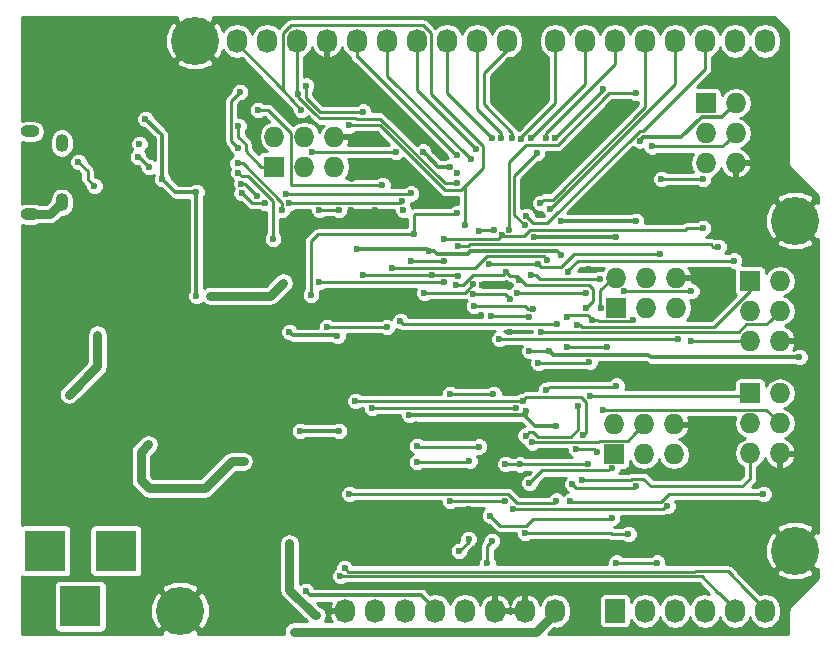
<source format=gbl>
G04 #@! TF.FileFunction,Copper,L2,Bot,Signal*
%FSLAX46Y46*%
G04 Gerber Fmt 4.6, Leading zero omitted, Abs format (unit mm)*
G04 Created by KiCad (PCBNEW 4.0.2-stable) date Fri 17 Jun 2016 01:05:30 PM EDT*
%MOMM*%
G01*
G04 APERTURE LIST*
%ADD10C,0.100000*%
%ADD11C,4.064000*%
%ADD12C,0.600000*%
%ADD13R,1.727200X1.727200*%
%ADD14O,1.727200X1.727200*%
%ADD15R,1.727200X2.032000*%
%ADD16O,1.727200X2.032000*%
%ADD17R,3.500120X3.500120*%
%ADD18O,1.600000X1.000000*%
%ADD19O,1.100000X1.500000*%
%ADD20C,0.300000*%
%ADD21C,0.250000*%
%ADD22C,0.800000*%
%ADD23C,0.600000*%
%ADD24C,0.254000*%
G04 APERTURE END LIST*
D10*
D11*
X177038000Y-118745000D03*
D12*
X125890500Y-86232500D03*
X127762000Y-86233000D03*
X127762000Y-84395000D03*
X125778000Y-84395000D03*
D13*
X161918000Y-98165000D03*
D14*
X161918000Y-95625000D03*
X164458000Y-98165000D03*
X164458000Y-95625000D03*
X166998000Y-98165000D03*
X166998000Y-95625000D03*
D15*
X161798000Y-123825000D03*
D16*
X164338000Y-123825000D03*
X166878000Y-123825000D03*
X169418000Y-123825000D03*
X171958000Y-123825000D03*
X174498000Y-123825000D03*
D13*
X169498000Y-80825000D03*
D14*
X172038000Y-80825000D03*
X169498000Y-83365000D03*
X172038000Y-83365000D03*
X169498000Y-85905000D03*
X172038000Y-85905000D03*
D13*
X161718000Y-110565000D03*
D14*
X161718000Y-108025000D03*
X164258000Y-110565000D03*
X164258000Y-108025000D03*
X166798000Y-110565000D03*
X166798000Y-108025000D03*
D13*
X132969000Y-86233000D03*
D14*
X132969000Y-83693000D03*
X135509000Y-86233000D03*
X135509000Y-83693000D03*
X138049000Y-86233000D03*
X138049000Y-83693000D03*
D11*
X177038000Y-90805000D03*
D16*
X138938000Y-123825000D03*
X141478000Y-123825000D03*
X144018000Y-123825000D03*
X146558000Y-123825000D03*
X149098000Y-123825000D03*
X151638000Y-123825000D03*
X154178000Y-123825000D03*
X156718000Y-123825000D03*
X174498000Y-75565000D03*
X171958000Y-75565000D03*
X169418000Y-75565000D03*
X166878000Y-75565000D03*
X164338000Y-75565000D03*
X161798000Y-75565000D03*
X159258000Y-75565000D03*
X156718000Y-75565000D03*
D17*
X119537480Y-118745000D03*
X113538000Y-118745000D03*
X116537740Y-123444000D03*
D18*
X112268000Y-90241000D03*
D19*
X114968000Y-84241000D03*
X114968000Y-89241000D03*
D18*
X112268000Y-83241000D03*
D16*
X152654000Y-75565000D03*
X150114000Y-75565000D03*
X147574000Y-75565000D03*
X145034000Y-75565000D03*
X142494000Y-75565000D03*
X139954000Y-75565000D03*
X137414000Y-75565000D03*
X134874000Y-75565000D03*
X132334000Y-75565000D03*
X129794000Y-75565000D03*
D13*
X173228000Y-105410000D03*
D14*
X175768000Y-105410000D03*
X173228000Y-107950000D03*
X175768000Y-107950000D03*
X173228000Y-110490000D03*
X175768000Y-110490000D03*
D13*
X173228000Y-95885000D03*
D14*
X175768000Y-95885000D03*
X173228000Y-98425000D03*
X175768000Y-98425000D03*
X173228000Y-100965000D03*
X175768000Y-100965000D03*
D11*
X126238000Y-75565000D03*
X124968000Y-123825000D03*
D12*
X143002000Y-81661000D03*
X137414000Y-78105000D03*
X118110000Y-75057000D03*
X115062000Y-75057000D03*
X115062000Y-78105000D03*
X118110000Y-78105000D03*
X115062000Y-81153000D03*
X118110000Y-81153000D03*
X117602000Y-84328000D03*
X117983000Y-92075000D03*
X117094000Y-97790000D03*
X112903000Y-101600000D03*
X112903000Y-104775000D03*
X117348000Y-106680000D03*
X115443000Y-108585000D03*
X122174000Y-107061000D03*
X123190000Y-107061000D03*
X124206000Y-107061000D03*
X125222000Y-107061000D03*
X126238000Y-107061000D03*
X122174000Y-108077000D03*
X123190000Y-108077000D03*
X124206000Y-108077000D03*
X125222000Y-108077000D03*
X126238000Y-108077000D03*
X124206000Y-109093000D03*
X125222000Y-109093000D03*
X126238000Y-109093000D03*
X120650000Y-115697000D03*
X123698000Y-115697000D03*
X112014000Y-113157000D03*
X129413000Y-115570000D03*
X129413000Y-107950000D03*
X140843000Y-110617000D03*
X138938000Y-110617000D03*
X140970000Y-112649000D03*
X140970000Y-115189000D03*
X138430000Y-115189000D03*
X143510000Y-115189000D03*
X143510000Y-111633000D03*
X143510000Y-117729000D03*
X138430000Y-117729000D03*
X147828000Y-112395000D03*
X147193000Y-108585000D03*
X151638000Y-108585000D03*
X152273000Y-104140000D03*
X146939000Y-104267000D03*
X143383000Y-101600000D03*
X140208000Y-101600000D03*
X131318000Y-94615000D03*
X128143000Y-94615000D03*
X123698000Y-95885000D03*
X123698000Y-93726000D03*
X121793000Y-99060000D03*
X124968000Y-100330000D03*
X129413000Y-102235000D03*
X128143000Y-99060000D03*
X129286000Y-90297000D03*
X112903000Y-121920000D03*
X112903000Y-125095000D03*
X120523000Y-125095000D03*
X120523000Y-121920000D03*
X129413000Y-121285000D03*
X129413000Y-125095000D03*
X136398000Y-120015000D03*
X146050000Y-121920000D03*
X156718000Y-118745000D03*
X168402000Y-119253000D03*
X168402000Y-115697000D03*
X168910000Y-109601000D03*
X178562000Y-111125000D03*
X172974000Y-115697000D03*
X139446000Y-84201000D03*
X141986000Y-84201000D03*
X152146000Y-80137000D03*
X155194000Y-78105000D03*
X154686000Y-74041000D03*
X170942000Y-78613000D03*
X175514000Y-78613000D03*
X160782000Y-89535000D03*
X166878000Y-85725000D03*
X166878000Y-89789000D03*
X172466000Y-89281000D03*
X169418000Y-95377000D03*
X169418000Y-98425000D03*
X178562000Y-97409000D03*
X178562000Y-104521000D03*
X174498000Y-104013000D03*
X168402000Y-104013000D03*
X163322000Y-104013000D03*
X146939000Y-100965000D03*
X172974000Y-119253000D03*
X158750000Y-123825000D03*
X159766000Y-125349000D03*
X119126000Y-104521000D03*
X123698000Y-82169000D03*
X163322000Y-85725000D03*
X145550509Y-84954491D03*
X143256000Y-84963000D03*
X136144000Y-84963000D03*
X147828000Y-86233000D03*
X163576000Y-90805000D03*
X157226000Y-90805000D03*
X157226000Y-93726000D03*
X126365000Y-97165000D03*
X122047000Y-82169000D03*
X133731000Y-96057000D03*
X127508000Y-97165000D03*
X136779000Y-89916000D03*
X138430000Y-89916000D03*
X146050000Y-93345000D03*
X139987980Y-93218000D03*
X136525000Y-124206000D03*
X134239000Y-118110000D03*
X126365000Y-88392000D03*
X148463000Y-86760000D03*
X123444000Y-87249000D03*
X121712000Y-110317000D03*
X122301000Y-109728000D03*
X122301000Y-109728000D03*
X163905436Y-84022436D03*
X130348000Y-111165000D03*
X125279838Y-90346164D03*
X122428000Y-88392000D03*
X153416000Y-113411000D03*
X156083000Y-113919000D03*
X113938020Y-87884000D03*
X152019000Y-96275002D03*
X150555674Y-96279998D03*
X159639000Y-94869000D03*
X156083000Y-86106000D03*
X155120202Y-87674990D03*
X141478000Y-89857646D03*
X139446000Y-89857646D03*
X143002000Y-90805000D03*
X152908000Y-100203000D03*
X139791389Y-86741000D03*
X143510000Y-86741000D03*
X146050000Y-88265000D03*
X149479000Y-115189000D03*
X150622000Y-116967000D03*
X134957464Y-80053536D03*
X148463000Y-87630000D03*
X154286931Y-106894991D03*
X144399000Y-107255020D03*
X177419000Y-102362000D03*
X135128000Y-108585000D03*
X154559000Y-101854000D03*
X156242594Y-101821406D03*
X135636000Y-122174000D03*
X138430000Y-108585000D03*
X138303000Y-100584000D03*
X134239000Y-100203000D03*
X156845000Y-108145011D03*
X121539000Y-84328000D03*
X152199310Y-92020512D03*
X147320000Y-92329000D03*
X142113000Y-87757000D03*
X169231010Y-91440000D03*
X143891000Y-89916000D03*
X147320000Y-94212989D03*
X144526000Y-94212989D03*
X165735000Y-87249000D03*
X169231010Y-87249000D03*
X131572000Y-81407000D03*
X130048000Y-79883000D03*
X129921000Y-84632510D03*
X134620000Y-125603000D03*
X160594398Y-98171000D03*
X161925000Y-92202000D03*
X154940000Y-92202009D03*
X152908000Y-97409000D03*
X161163000Y-101473000D03*
X157734000Y-101473000D03*
X149800020Y-97028000D03*
X145034000Y-109855000D03*
X150298000Y-109925000D03*
X161544000Y-115951000D03*
X148581051Y-118781949D03*
X149398000Y-117765000D03*
X151198000Y-115765000D03*
X132842000Y-92329000D03*
X129921000Y-86741000D03*
X133604000Y-89916000D03*
X129852042Y-85943064D03*
X115570000Y-105537000D03*
X117983000Y-100457000D03*
X129921000Y-82804000D03*
X158623000Y-99627990D03*
X157861000Y-95112991D03*
X171890999Y-94174001D03*
X155575000Y-100203000D03*
X168271332Y-96777668D03*
X162563613Y-96780467D03*
X160528000Y-95758000D03*
X168275000Y-100965000D03*
X154686000Y-95377000D03*
X161918000Y-104768000D03*
X155956000Y-105156000D03*
X155321000Y-94488000D03*
X154548798Y-98955691D03*
X151296998Y-98871999D03*
X165608000Y-93588991D03*
X151130000Y-94488000D03*
X157734000Y-98933000D03*
X163322000Y-99217980D03*
X159868012Y-99187000D03*
X159639000Y-102743000D03*
X155321000Y-102870000D03*
X152007000Y-100838000D03*
X167132000Y-100838000D03*
X159644167Y-105658833D03*
X161529927Y-111723981D03*
X154559000Y-113030000D03*
X149606000Y-85610000D03*
X153116135Y-83799019D03*
X152144171Y-83818171D03*
X151384172Y-83820366D03*
X164924399Y-84503601D03*
X150031290Y-84753290D03*
X148393501Y-85224829D03*
X146304000Y-95426990D03*
X135636000Y-79367107D03*
X140462000Y-95426981D03*
X140462000Y-81569379D03*
X148466050Y-95504359D03*
X148490011Y-92961002D03*
X149126685Y-91144194D03*
X135241915Y-81410988D03*
X139319000Y-82729399D03*
X170561000Y-93001998D03*
X151560990Y-91567000D03*
X150255505Y-91708505D03*
X149479000Y-111125000D03*
X145034000Y-111252000D03*
X145669000Y-96901000D03*
X149800001Y-96198999D03*
X148463000Y-90170000D03*
X144780000Y-91948000D03*
X138557000Y-120904000D03*
X136058011Y-97069011D03*
X147320000Y-96011991D03*
X138896883Y-120224234D03*
X136779000Y-96012000D03*
X152841031Y-91552359D03*
X163576000Y-80010000D03*
X156704335Y-83806335D03*
X160782000Y-79629000D03*
X154178000Y-91186000D03*
X155194000Y-85090000D03*
X154305000Y-90424000D03*
X156337000Y-89789000D03*
X155478880Y-89308032D03*
X155923060Y-83805772D03*
X154686000Y-83799020D03*
X153870270Y-83893270D03*
X134239000Y-89281000D03*
X132174336Y-89313664D03*
X143764000Y-89141197D03*
X130184991Y-88464022D03*
X144521438Y-88495338D03*
X133957194Y-88556187D03*
X131511052Y-88706948D03*
X130172433Y-87664119D03*
X152576990Y-95123000D03*
X159385000Y-98171000D03*
X153698831Y-95825485D03*
X148313482Y-96248890D03*
X151511000Y-105459990D03*
X147837969Y-105459990D03*
X159512551Y-111365283D03*
X147828000Y-114554000D03*
X152527000Y-114554000D03*
X152527000Y-111379000D03*
X153775550Y-111435797D03*
X166243000Y-114935000D03*
X153162000Y-115189000D03*
X151398000Y-117939990D03*
X150998000Y-119765000D03*
X142926991Y-94841971D03*
X156083000Y-94107000D03*
X142494000Y-99822000D03*
X137414000Y-99822000D03*
X139319000Y-113919000D03*
X156845000Y-114494010D03*
X156902070Y-99562304D03*
X143637000Y-99314000D03*
X154232313Y-108999313D03*
X158695170Y-106462167D03*
X153513775Y-96950046D03*
X159374991Y-96901000D03*
X153386919Y-106630010D03*
X141224000Y-106670010D03*
X153971929Y-106045000D03*
X159131000Y-108966000D03*
X139827000Y-106045000D03*
X149860000Y-98044000D03*
X154827919Y-98248801D03*
X158496000Y-110140010D03*
X162941000Y-117348000D03*
X154176724Y-117236720D03*
X160274000Y-110363000D03*
X161925000Y-119750991D03*
X165354000Y-119750991D03*
X154798000Y-109565000D03*
X163576000Y-113284000D03*
X158198000Y-113115000D03*
X157988000Y-114554000D03*
X174371000Y-113919000D03*
X159004000Y-112776000D03*
X160786399Y-106811399D03*
X117729000Y-87884000D03*
X116371237Y-85853642D03*
X122329864Y-86267034D03*
X121422990Y-85406112D03*
D20*
X146050000Y-93345000D02*
X146474264Y-93345000D01*
X146474264Y-93345000D02*
X146732252Y-93602988D01*
X146732252Y-93602988D02*
X149354025Y-93602988D01*
X156893456Y-93393456D02*
X157226000Y-93726000D01*
X149354025Y-93602988D02*
X149563557Y-93393456D01*
X149563557Y-93393456D02*
X156893456Y-93393456D01*
X163905436Y-84022436D02*
X164205435Y-83722437D01*
X164205435Y-83722437D02*
X167403633Y-83722437D01*
X167403633Y-83722437D02*
X169127469Y-81998601D01*
X169127469Y-81998601D02*
X170864399Y-81998601D01*
X170864399Y-81998601D02*
X171174401Y-81688599D01*
X171174401Y-81688599D02*
X172038000Y-80825000D01*
X145550509Y-84954491D02*
X145860938Y-85264920D01*
X145860938Y-85264920D02*
X145860938Y-85279062D01*
D21*
X136144000Y-84963000D02*
X143256000Y-84963000D01*
D20*
X147828000Y-86233000D02*
X146814876Y-86233000D01*
X146814876Y-86233000D02*
X145860938Y-85279062D01*
X157650264Y-90805000D02*
X163576000Y-90805000D01*
X157226000Y-90805000D02*
X157650264Y-90805000D01*
D22*
X121666000Y-112776000D02*
X121666000Y-110363000D01*
D20*
X126365000Y-88392000D02*
X126365000Y-97165000D01*
X123444000Y-83566000D02*
X122047000Y-82169000D01*
X123444000Y-86824736D02*
X123444000Y-83566000D01*
X123444000Y-87249000D02*
X123444000Y-86824736D01*
D22*
X132623000Y-97165000D02*
X133731000Y-96057000D01*
X127508000Y-97165000D02*
X132623000Y-97165000D01*
D21*
X136779000Y-89916000D02*
X138430000Y-89916000D01*
D20*
X139987980Y-93218000D02*
X145923000Y-93218000D01*
X145923000Y-93218000D02*
X146050000Y-93345000D01*
D22*
X134239000Y-118110000D02*
X134239000Y-122035002D01*
X134239000Y-122035002D02*
X136409998Y-124206000D01*
X136409998Y-124206000D02*
X136525000Y-124206000D01*
D20*
X123444000Y-87249000D02*
X124587000Y-88392000D01*
X124587000Y-88392000D02*
X126365000Y-88392000D01*
D22*
X122301000Y-109728000D02*
X121712000Y-110317000D01*
X122349366Y-113459366D02*
X121666000Y-112776000D01*
X130348000Y-111165000D02*
X129348000Y-111165000D01*
X129348000Y-111165000D02*
X127053634Y-113459366D01*
X127053634Y-113459366D02*
X122349366Y-113459366D01*
X121666000Y-110363000D02*
X121712000Y-110317000D01*
D21*
X156083000Y-113919000D02*
X153924000Y-113919000D01*
X153924000Y-113919000D02*
X153416000Y-113411000D01*
X150555674Y-96279998D02*
X152014004Y-96279998D01*
X152014004Y-96279998D02*
X152019000Y-96275002D01*
D23*
X155120202Y-87674990D02*
X155120202Y-87068798D01*
X155120202Y-87068798D02*
X156083000Y-86106000D01*
D21*
X139446000Y-89857646D02*
X141478000Y-89857646D01*
X139446000Y-89847646D02*
X139446000Y-89857646D01*
D22*
X143510000Y-86741000D02*
X139791389Y-86741000D01*
X139791389Y-86741000D02*
X139446000Y-87086389D01*
X146050000Y-88265000D02*
X144526000Y-86741000D01*
X144526000Y-86741000D02*
X143510000Y-86741000D01*
D21*
X136800829Y-82144389D02*
X139851611Y-82144389D01*
X139851611Y-82144389D02*
X139861611Y-82154389D01*
X139861611Y-82154389D02*
X141923079Y-82154389D01*
X134957464Y-80301024D02*
X135627281Y-80970841D01*
X135627281Y-80970841D02*
X135636001Y-80970841D01*
X136398000Y-81732840D02*
X136398000Y-81741560D01*
X135636001Y-80970841D02*
X136398000Y-81732840D01*
X136398000Y-81741560D02*
X136800829Y-82144389D01*
X134957464Y-80053536D02*
X134957464Y-80301024D01*
X134874000Y-75565000D02*
X134874000Y-79970072D01*
X134874000Y-79970072D02*
X134957464Y-80053536D01*
X147398689Y-87630000D02*
X141923079Y-82154389D01*
X148463000Y-87630000D02*
X147398689Y-87630000D01*
D20*
X144975255Y-107270011D02*
X144960264Y-107255020D01*
X144960264Y-107255020D02*
X144399000Y-107255020D01*
X177419000Y-102362000D02*
X164846000Y-102362000D01*
X164846000Y-102362000D02*
X164616999Y-102132999D01*
X164616999Y-102132999D02*
X156554187Y-102132999D01*
X156554187Y-102132999D02*
X156542593Y-102121405D01*
X156542593Y-102121405D02*
X156242594Y-101821406D01*
X135970990Y-122508990D02*
X138441875Y-122508990D01*
X138441875Y-122508990D02*
X138451875Y-122498990D01*
X138451875Y-122498990D02*
X145384390Y-122498990D01*
X145384390Y-122498990D02*
X146558000Y-123672600D01*
X146558000Y-123672600D02*
X146558000Y-123825000D01*
X135483001Y-108585000D02*
X135636000Y-108585000D01*
X135636000Y-108585000D02*
X138430000Y-108585000D01*
X135128000Y-108585000D02*
X135636000Y-108585000D01*
X153986932Y-107194990D02*
X154057990Y-107194990D01*
X154057990Y-107194990D02*
X154286931Y-107423931D01*
X154286931Y-107423931D02*
X155008011Y-108145011D01*
X155008011Y-108145011D02*
X155125989Y-108145011D01*
X154286931Y-106894991D02*
X154286931Y-107423931D01*
X155125989Y-108145011D02*
X156845000Y-108145011D01*
X144975255Y-107270011D02*
X153911911Y-107270011D01*
X153911911Y-107270011D02*
X153986932Y-107194990D01*
X153986932Y-107194990D02*
X154286931Y-106894991D01*
D21*
X154559000Y-101854000D02*
X156210000Y-101854000D01*
X156210000Y-101854000D02*
X156242594Y-101821406D01*
D20*
X156242594Y-101821406D02*
X156549789Y-102128601D01*
X135636000Y-122174000D02*
X135970990Y-122508990D01*
X134239000Y-100203000D02*
X134538999Y-100502999D01*
X134538999Y-100502999D02*
X138221999Y-100502999D01*
X138221999Y-100502999D02*
X138303000Y-100584000D01*
D21*
X152199310Y-92020512D02*
X152345512Y-92020512D01*
X152345512Y-92020512D02*
X152462360Y-92137360D01*
X154092442Y-92137360D02*
X154612803Y-91616999D01*
X152462360Y-92137360D02*
X154092442Y-92137360D01*
X154612803Y-91616999D02*
X167689999Y-91616999D01*
X167866998Y-91440000D02*
X169231010Y-91440000D01*
X167689999Y-91616999D02*
X167866998Y-91440000D01*
X147320000Y-92329000D02*
X151892000Y-92329000D01*
X151892000Y-92329000D02*
X151892000Y-92327822D01*
X151892000Y-92327822D02*
X152199310Y-92020512D01*
X131572000Y-81407000D02*
X132382930Y-81407000D01*
X132382930Y-81407000D02*
X134360399Y-83384469D01*
X134360399Y-83384469D02*
X134360399Y-87751399D01*
X134360399Y-87751399D02*
X134380398Y-87771398D01*
X134370399Y-87761399D02*
X134380398Y-87771398D01*
X134380398Y-87771398D02*
X142098602Y-87771398D01*
X142098602Y-87771398D02*
X142113000Y-87757000D01*
X146790989Y-94212989D02*
X147320000Y-94212989D01*
X144526000Y-94212989D02*
X146790989Y-94212989D01*
X165735000Y-87249000D02*
X169231010Y-87249000D01*
X169418000Y-85985000D02*
X169498000Y-85905000D01*
X129301446Y-80744360D02*
X129301446Y-80629554D01*
X129301446Y-80629554D02*
X130048000Y-79883000D01*
X129921000Y-84632510D02*
X129301446Y-84012956D01*
X129301446Y-84012956D02*
X129301446Y-80744360D01*
D22*
X156718000Y-123825000D02*
X156718000Y-123977400D01*
X156718000Y-123977400D02*
X155092400Y-125603000D01*
X155092400Y-125603000D02*
X134620000Y-125603000D01*
D21*
X160535011Y-96679650D02*
X160535011Y-98111613D01*
X160535011Y-98111613D02*
X160594398Y-98171000D01*
D20*
X154940000Y-92202009D02*
X161924991Y-92202009D01*
X161924991Y-92202009D02*
X161925000Y-92202000D01*
D21*
X152396969Y-97028000D02*
X152527000Y-97028000D01*
X152527000Y-97028000D02*
X152908000Y-97409000D01*
X160535011Y-96679650D02*
X161589661Y-95625000D01*
X161589661Y-95625000D02*
X161918000Y-95625000D01*
X157734000Y-101473000D02*
X161163000Y-101473000D01*
X150224284Y-97028000D02*
X149800020Y-97028000D01*
X152396969Y-97028000D02*
X150224284Y-97028000D01*
X150298000Y-109925000D02*
X145104000Y-109925000D01*
X145104000Y-109925000D02*
X145034000Y-109855000D01*
X154274040Y-116611710D02*
X154860741Y-116025009D01*
X154860741Y-116025009D02*
X161469991Y-116025009D01*
X161469991Y-116025009D02*
X161544000Y-115951000D01*
X149398000Y-117765000D02*
X149398000Y-117965000D01*
X149398000Y-117965000D02*
X148581051Y-118781949D01*
X151198000Y-115765000D02*
X152044710Y-116611710D01*
X152044710Y-116611710D02*
X154274040Y-116611710D01*
X132842000Y-92329000D02*
X132842000Y-89154000D01*
X132842000Y-89154000D02*
X130728999Y-87040999D01*
X130728999Y-87040999D02*
X130220999Y-87040999D01*
X130220999Y-87040999D02*
X129921000Y-86741000D01*
X133604000Y-89270758D02*
X133604000Y-89916000D01*
X133604000Y-89270758D02*
X130276306Y-85943064D01*
X130276306Y-85943064D02*
X129852042Y-85943064D01*
D22*
X117983000Y-100457000D02*
X117983000Y-103124000D01*
X117983000Y-103124000D02*
X115570000Y-105537000D01*
X112268000Y-90241000D02*
X113968000Y-90241000D01*
X113968000Y-90241000D02*
X114968000Y-89241000D01*
D21*
X130546001Y-84332509D02*
X129921000Y-83707508D01*
X130546001Y-84332509D02*
X130546001Y-84923601D01*
X130546001Y-84923601D02*
X131855400Y-86233000D01*
X131855400Y-86233000D02*
X132969000Y-86233000D01*
X132969000Y-85852000D02*
X132969000Y-86233000D01*
X129921000Y-83707508D02*
X129921000Y-82804000D01*
X158623000Y-99627990D02*
X158809990Y-99627990D01*
X158809990Y-99627990D02*
X158984990Y-99802990D01*
X173228000Y-95885000D02*
X173193870Y-95919130D01*
X173193870Y-95919130D02*
X173193870Y-96774000D01*
X173193870Y-96774000D02*
X170164880Y-99802990D01*
X170164880Y-99802990D02*
X158984990Y-99802990D01*
X171890999Y-94174001D02*
X158682999Y-94174001D01*
X158682999Y-94174001D02*
X157861000Y-94996000D01*
X157861000Y-94996000D02*
X157861000Y-95112991D01*
X172934269Y-99573601D02*
X173228000Y-99573601D01*
X173228000Y-99573601D02*
X174619399Y-99573601D01*
X155575000Y-100203000D02*
X155999264Y-100203000D01*
X155999264Y-100203000D02*
X156009264Y-100213000D01*
X156009264Y-100213000D02*
X172280070Y-100213000D01*
X172280070Y-100213000D02*
X172919469Y-99573601D01*
X172919469Y-99573601D02*
X173228000Y-99573601D01*
X174619399Y-99573601D02*
X174904401Y-99288599D01*
X174904401Y-99288599D02*
X175768000Y-98425000D01*
X162563613Y-96780467D02*
X168268533Y-96780467D01*
X168268533Y-96780467D02*
X168271332Y-96777668D01*
X168271332Y-96777668D02*
X168275000Y-96774000D01*
X159960001Y-95698001D02*
X160468001Y-95698001D01*
X160468001Y-95698001D02*
X160528000Y-95758000D01*
X168275000Y-100965000D02*
X173228000Y-100965000D01*
X155110264Y-95377000D02*
X155431265Y-95698001D01*
X155431265Y-95698001D02*
X159960001Y-95698001D01*
X154686000Y-95377000D02*
X155110264Y-95377000D01*
X155956000Y-105156000D02*
X156255999Y-104856001D01*
X156255999Y-104856001D02*
X161829999Y-104856001D01*
X161829999Y-104856001D02*
X161918000Y-104768000D01*
X155321000Y-94488000D02*
X155525001Y-94692001D01*
X155525001Y-94692001D02*
X157260975Y-94692001D01*
X157260975Y-94692001D02*
X157268487Y-94699513D01*
X154796247Y-94488000D02*
X155321000Y-94488000D01*
X151306998Y-98871999D02*
X154515745Y-98871999D01*
X154515745Y-98871999D02*
X154610275Y-98966529D01*
X165608000Y-93588991D02*
X165597991Y-93599000D01*
X165597991Y-93599000D02*
X158369000Y-93599000D01*
X158369000Y-93599000D02*
X157268487Y-94699513D01*
X151130000Y-94488000D02*
X154796247Y-94488000D01*
X157787079Y-98760412D02*
X157787079Y-98879921D01*
X157787079Y-98879921D02*
X157734000Y-98933000D01*
X157942412Y-98760412D02*
X157946823Y-98756001D01*
X157946823Y-98756001D02*
X159437013Y-98756001D01*
X159437013Y-98756001D02*
X159568013Y-98887001D01*
X159568013Y-98887001D02*
X159868012Y-99187000D01*
X157787079Y-98760412D02*
X157942412Y-98760412D01*
X163322000Y-99217980D02*
X163226379Y-99313601D01*
X163226379Y-99313601D02*
X160418877Y-99313601D01*
X160418877Y-99313601D02*
X160292276Y-99187000D01*
X160292276Y-99187000D02*
X159868012Y-99187000D01*
X159734001Y-99052989D02*
X159868012Y-99187000D01*
X159868012Y-99187000D02*
X159995554Y-99314542D01*
X156718000Y-102870000D02*
X159512000Y-102870000D01*
X159512000Y-102870000D02*
X159639000Y-102743000D01*
X155321000Y-102870000D02*
X156718000Y-102870000D01*
X154559000Y-100838000D02*
X152007000Y-100838000D01*
X162560000Y-100838000D02*
X162687000Y-100838000D01*
X154559000Y-100838000D02*
X162560000Y-100838000D01*
X162560000Y-100838000D02*
X167132000Y-100838000D01*
X159644167Y-105658833D02*
X172979167Y-105658833D01*
X172979167Y-105658833D02*
X173228000Y-105410000D01*
X172974000Y-105664000D02*
X173228000Y-105410000D01*
X154559000Y-113030000D02*
X155638716Y-111950284D01*
X155638716Y-111950284D02*
X161226716Y-111950284D01*
X161226716Y-111950284D02*
X161453019Y-111723981D01*
X161453019Y-111723981D02*
X161529927Y-111723981D01*
X142494000Y-75565000D02*
X142514000Y-75585000D01*
X142514000Y-75585000D02*
X142514000Y-78518000D01*
X142514000Y-78518000D02*
X149606000Y-85610000D01*
X150700673Y-80899000D02*
X150700673Y-78280327D01*
X153116135Y-83799019D02*
X153116135Y-83374755D01*
X153116135Y-83374755D02*
X150700673Y-80959293D01*
X150700673Y-80959293D02*
X150700673Y-80899000D01*
X150700673Y-78280327D02*
X152654000Y-76327000D01*
X152654000Y-76327000D02*
X152654000Y-75565000D01*
X152654000Y-75565000D02*
X152654000Y-75717400D01*
X150114000Y-80899000D02*
X150114000Y-75565000D01*
X152144171Y-83818171D02*
X152144171Y-83393907D01*
X152144171Y-83393907D02*
X150114000Y-81363736D01*
X150114000Y-81363736D02*
X150114000Y-80899000D01*
X151384172Y-83820366D02*
X147574000Y-80010194D01*
X147574000Y-80010194D02*
X147574000Y-79705381D01*
X147574000Y-79705381D02*
X147574000Y-75565000D01*
X164924399Y-84503601D02*
X165348663Y-84503601D01*
X165348663Y-84503601D02*
X165358663Y-84513601D01*
X165358663Y-84513601D02*
X170889399Y-84513601D01*
X170889399Y-84513601D02*
X171174401Y-84228599D01*
X171174401Y-84228599D02*
X172038000Y-83365000D01*
X145034000Y-75565000D02*
X145034000Y-79756000D01*
X145034000Y-79756000D02*
X150031290Y-84753290D01*
X140082000Y-76963000D02*
X148343829Y-85224829D01*
X139954000Y-75565000D02*
X139954000Y-76963000D01*
X139954000Y-76963000D02*
X140082000Y-76963000D01*
X148343829Y-85224829D02*
X148393501Y-85224829D01*
X139954000Y-75565000D02*
X139954000Y-75717400D01*
X146558000Y-95426990D02*
X147586001Y-95426990D01*
X145238028Y-95426990D02*
X146558000Y-95426990D01*
X146558000Y-95426990D02*
X146304000Y-95426990D01*
X145103999Y-95426981D02*
X145238019Y-95426981D01*
X145238019Y-95426981D02*
X145238028Y-95426990D01*
X147586001Y-95426990D02*
X147596001Y-95436990D01*
X140462000Y-95426981D02*
X145103999Y-95426981D01*
X135636000Y-79367107D02*
X135636000Y-80391000D01*
X140462000Y-81579379D02*
X136824379Y-81579379D01*
X140462000Y-81579379D02*
X140462000Y-81569379D01*
X136824379Y-81579379D02*
X135636000Y-80391000D01*
X147596001Y-95436990D02*
X148398681Y-95436990D01*
X148398681Y-95436990D02*
X148466050Y-95504359D01*
X148490011Y-92961002D02*
X149380814Y-92961002D01*
X149380814Y-92961002D02*
X149554806Y-92787010D01*
X149554806Y-92787010D02*
X169921748Y-92787010D01*
X169921748Y-92787010D02*
X170136736Y-93001998D01*
X170136736Y-93001998D02*
X170561000Y-93001998D01*
X149126685Y-91144194D02*
X149126685Y-87889487D01*
X150616291Y-86342511D02*
X149098000Y-87860802D01*
X149098000Y-87860802D02*
X148743801Y-88215001D01*
X149126685Y-87889487D02*
X149098000Y-87860802D01*
X129794000Y-75717400D02*
X133658339Y-79756000D01*
X133658339Y-79756000D02*
X135241915Y-81410988D01*
X133725390Y-74936831D02*
X133725390Y-79688949D01*
X133725390Y-79688949D02*
X133658339Y-79756000D01*
X133725390Y-74936831D02*
X134398231Y-74263990D01*
X134398231Y-74263990D02*
X145509769Y-74263990D01*
X145509769Y-74263990D02*
X146182610Y-74936831D01*
X146182610Y-74936831D02*
X146182610Y-80038808D01*
X150616291Y-84472489D02*
X150616291Y-86342511D01*
X146182610Y-80038808D02*
X150616291Y-84472489D01*
X148743801Y-88215001D02*
X147403849Y-88215001D01*
X147403849Y-88215001D02*
X141918247Y-82729399D01*
X141918247Y-82729399D02*
X139319000Y-82729399D01*
X170523002Y-92964000D02*
X170561000Y-93001998D01*
X129794000Y-75565000D02*
X129794000Y-75717400D01*
X169418000Y-123825000D02*
X169418000Y-123977400D01*
X151560990Y-91567000D02*
X150397010Y-91567000D01*
X150397010Y-91567000D02*
X150255505Y-91708505D01*
X145034000Y-111252000D02*
X149352000Y-111252000D01*
X149352000Y-111252000D02*
X149479000Y-111125000D01*
X146558000Y-96901000D02*
X145669000Y-96901000D01*
X146558000Y-96901000D02*
X149098000Y-96901000D01*
X149098000Y-96901000D02*
X149334341Y-96664659D01*
X149800001Y-96198999D02*
X149334341Y-96664659D01*
X147889055Y-90254955D02*
X148378045Y-90254955D01*
X148378045Y-90254955D02*
X148463000Y-90170000D01*
X144858612Y-90248612D02*
X144780000Y-90327224D01*
X144780000Y-90327224D02*
X144780000Y-91948000D01*
X147889055Y-90254955D02*
X144845787Y-90248612D01*
X144864955Y-90254955D02*
X144858612Y-90248612D01*
X144858612Y-90248612D02*
X144845787Y-90248612D01*
X169164000Y-120911011D02*
X168739736Y-120911011D01*
X168735745Y-120915002D02*
X138568002Y-120915002D01*
X168739736Y-120911011D02*
X168735745Y-120915002D01*
X138568002Y-120915002D02*
X138557000Y-120904000D01*
X170568238Y-122282838D02*
X170535827Y-122282838D01*
X170535827Y-122282838D02*
X169164000Y-120911011D01*
X170568238Y-122282838D02*
X171958000Y-123672600D01*
X171958000Y-123672600D02*
X171958000Y-123825000D01*
X136058011Y-97069011D02*
X136058011Y-92541989D01*
X136058011Y-92541989D02*
X136652000Y-91948000D01*
X136652000Y-91948000D02*
X144780000Y-91948000D01*
X138811000Y-96012000D02*
X138811009Y-96011991D01*
X138811009Y-96011991D02*
X147320000Y-96011991D01*
X139177641Y-120504992D02*
X168565914Y-120504992D01*
X168565914Y-120504992D02*
X168569905Y-120501001D01*
X168569905Y-120501001D02*
X171326401Y-120501001D01*
X171326401Y-120501001D02*
X174498000Y-123672600D01*
X174498000Y-123672600D02*
X174498000Y-123825000D01*
X138896883Y-120224234D02*
X139177641Y-120504992D01*
X136779000Y-96012000D02*
X138430000Y-96012000D01*
X138430000Y-96012000D02*
X138811000Y-96012000D01*
X138430009Y-96011991D02*
X138430000Y-96012000D01*
X172491400Y-121666000D02*
X172466000Y-121666000D01*
X174498000Y-123672600D02*
X172491400Y-121666000D01*
X152841031Y-91552359D02*
X152841031Y-85791969D01*
X154237999Y-84395001D02*
X156942997Y-84395001D01*
X152841031Y-85791969D02*
X154237999Y-84395001D01*
X156942997Y-84395001D02*
X161327998Y-80010000D01*
X161327998Y-80010000D02*
X163576000Y-80010000D01*
X156704335Y-83806335D02*
X160782000Y-79728670D01*
X160782000Y-79728670D02*
X160782000Y-79629000D01*
X160655000Y-79629000D02*
X160782000Y-79629000D01*
X153270012Y-90202200D02*
X153270012Y-90043000D01*
X153270012Y-90043000D02*
X153270012Y-87013988D01*
X154178000Y-91186000D02*
X153270012Y-90278012D01*
X153270012Y-90278012D02*
X153270012Y-90043000D01*
X153270012Y-87013988D02*
X155194000Y-85090000D01*
X163877070Y-83185000D02*
X164163032Y-83185000D01*
X154305000Y-90424000D02*
X154888678Y-91007678D01*
X154888678Y-91007678D02*
X156054392Y-91007678D01*
X164163032Y-83185000D02*
X169418000Y-77930032D01*
X156054392Y-91007678D02*
X163877070Y-83185000D01*
X169418000Y-77930032D02*
X169418000Y-77597000D01*
X169418000Y-77597000D02*
X169418000Y-75565000D01*
X156337000Y-89789000D02*
X166878000Y-79248000D01*
X166878000Y-79248000D02*
X166878000Y-75565000D01*
X156538127Y-89008033D02*
X164338000Y-81208160D01*
X164338000Y-81208160D02*
X164338000Y-75565000D01*
X155478880Y-89308032D02*
X155778879Y-89008033D01*
X155778879Y-89008033D02*
X156538127Y-89008033D01*
X164338000Y-75565000D02*
X164338000Y-75717400D01*
X155923060Y-83805772D02*
X155923060Y-83381508D01*
X155923060Y-83381508D02*
X161798000Y-77506568D01*
X161798000Y-77506568D02*
X161798000Y-77470000D01*
X161798000Y-77470000D02*
X161798000Y-75565000D01*
X154686000Y-83799020D02*
X159258000Y-79227020D01*
X159258000Y-79227020D02*
X159258000Y-75565000D01*
X153870270Y-83893270D02*
X153870270Y-83707757D01*
X156718000Y-80860027D02*
X156718000Y-76831000D01*
X153870270Y-83707757D02*
X156718000Y-80860027D01*
X156718000Y-76831000D02*
X156718000Y-75565000D01*
X134239000Y-89281000D02*
X139156844Y-89281000D01*
X139156844Y-89281000D02*
X139165208Y-89272636D01*
X139165208Y-89272636D02*
X142121364Y-89272636D01*
X131052918Y-89331949D02*
X132156051Y-89331949D01*
X132156051Y-89331949D02*
X132174336Y-89313664D01*
X142121364Y-89272636D02*
X143632561Y-89272636D01*
X143632561Y-89272636D02*
X143764000Y-89141197D01*
X142121364Y-89272636D02*
X142129728Y-89281000D01*
X130184991Y-88464022D02*
X131052918Y-89331949D01*
X133957194Y-88556187D02*
X144460589Y-88556187D01*
X144460589Y-88556187D02*
X144521438Y-88495338D01*
X130172433Y-87664119D02*
X130468223Y-87664119D01*
X130468223Y-87664119D02*
X131511052Y-88706948D01*
X152322990Y-95377000D02*
X152576990Y-95123000D01*
X152916191Y-95462201D02*
X152576990Y-95123000D01*
X153501201Y-95462201D02*
X154305000Y-96266000D01*
X154305000Y-96266000D02*
X159601002Y-96266000D01*
X153335547Y-95462201D02*
X153501201Y-95462201D01*
X159601002Y-96266000D02*
X159960001Y-96624999D01*
X159960001Y-96624999D02*
X159960001Y-97595999D01*
X159960001Y-97595999D02*
X159385000Y-98171000D01*
X152916191Y-95462201D02*
X153335547Y-95462201D01*
X153335547Y-95462201D02*
X153698831Y-95825485D01*
X152102736Y-95377000D02*
X152322990Y-95377000D01*
X147837969Y-105459990D02*
X151511000Y-105459990D01*
X147837969Y-105459990D02*
X147828000Y-105459990D01*
X147838000Y-105469990D02*
X147838000Y-105460021D01*
X147838000Y-105460021D02*
X147837969Y-105459990D01*
X148315489Y-96239094D02*
X148908904Y-96239094D01*
X149770998Y-95377000D02*
X152102736Y-95377000D01*
X148908904Y-96239094D02*
X149770998Y-95377000D01*
X153775550Y-111435797D02*
X159442037Y-111435797D01*
X159442037Y-111435797D02*
X159512551Y-111365283D01*
X152527000Y-114554000D02*
X147828000Y-114554000D01*
X153775550Y-111435797D02*
X152583797Y-111435797D01*
X152583797Y-111435797D02*
X152527000Y-111379000D01*
X153162000Y-115189000D02*
X165862000Y-115189000D01*
X165862000Y-115189000D02*
X166116000Y-114935000D01*
X166116000Y-114935000D02*
X166243000Y-114935000D01*
X150998000Y-119765000D02*
X150998000Y-118339990D01*
X150998000Y-118339990D02*
X151398000Y-117939990D01*
X156083000Y-94107000D02*
X155804466Y-93828466D01*
X155804466Y-93828466D02*
X150923732Y-93828466D01*
X150923732Y-93828466D02*
X150025189Y-94727009D01*
X150025189Y-94727009D02*
X150025189Y-94742000D01*
X139319000Y-113919000D02*
X152743002Y-113919000D01*
X152743002Y-113919000D02*
X153505002Y-114681000D01*
X153505002Y-114681000D02*
X156658010Y-114681000D01*
X156658010Y-114681000D02*
X156845000Y-114494010D01*
X150025189Y-94742000D02*
X149978999Y-94787999D01*
X142926991Y-94841971D02*
X149925218Y-94841971D01*
X149925218Y-94841971D02*
X150025189Y-94742000D01*
X137414000Y-99822000D02*
X142494000Y-99822000D01*
X143864530Y-99541530D02*
X156902070Y-99562304D01*
X156902070Y-99562304D02*
X156770235Y-99541530D01*
X143637000Y-99314000D02*
X143864530Y-99541530D01*
X154232313Y-108999313D02*
X154532312Y-108699314D01*
X154532312Y-108699314D02*
X154857316Y-108699314D01*
X154857316Y-108699314D02*
X155272992Y-109114990D01*
X158695170Y-108467830D02*
X158695170Y-106462167D01*
X155272992Y-109114990D02*
X158048010Y-109114990D01*
X158048010Y-109114990D02*
X158695170Y-108467830D01*
X158524424Y-106462167D02*
X158695170Y-106462167D01*
X153513775Y-96950046D02*
X153513776Y-96950046D01*
X153521406Y-96957677D02*
X153513775Y-96950046D01*
X153522136Y-96963986D02*
X153521407Y-96963986D01*
X153521407Y-96963986D02*
X153521406Y-96957677D01*
X153513776Y-96950046D02*
X153518012Y-96960591D01*
X158496000Y-96963986D02*
X159312005Y-96963986D01*
X159312005Y-96963986D02*
X159374991Y-96901000D01*
X158496000Y-96963986D02*
X158369000Y-96963899D01*
X158369000Y-96963899D02*
X153518012Y-96960591D01*
X141224000Y-106670010D02*
X153442937Y-106670010D01*
X159320171Y-106162166D02*
X159320171Y-108776829D01*
X159320171Y-108776829D02*
X159131000Y-108966000D01*
X139827000Y-106045000D02*
X153961920Y-106045000D01*
X159320171Y-106162166D02*
X158903006Y-105745001D01*
X158903006Y-105745001D02*
X154261919Y-105745001D01*
X154261919Y-105745001D02*
X153961920Y-106045000D01*
X149860000Y-98044000D02*
X154198854Y-98044000D01*
X154198854Y-98044000D02*
X154403655Y-98248801D01*
X154403655Y-98248801D02*
X154827919Y-98248801D01*
X149965034Y-98149034D02*
X149860000Y-98044000D01*
X158496000Y-110140010D02*
X160051010Y-110140010D01*
X160051010Y-110140010D02*
X160274000Y-110363000D01*
X162941000Y-117348000D02*
X161545834Y-117348000D01*
X161545834Y-117348000D02*
X161434554Y-117236720D01*
X161434554Y-117236720D02*
X154176724Y-117236720D01*
X160147000Y-110236000D02*
X160274000Y-110363000D01*
X154798000Y-109565000D02*
X155103000Y-109565000D01*
X155103000Y-109565000D02*
X155112991Y-109555009D01*
X155112991Y-109555009D02*
X160395807Y-109555009D01*
X163394401Y-108888599D02*
X164258000Y-108025000D01*
X160395807Y-109555009D02*
X160534417Y-109416399D01*
X160534417Y-109416399D02*
X162866601Y-109416399D01*
X162866601Y-109416399D02*
X163394401Y-108888599D01*
X165354000Y-119750991D02*
X161925000Y-119750991D01*
X163576000Y-113284000D02*
X163449000Y-113284000D01*
X163449000Y-113284000D02*
X163318001Y-113414999D01*
X163318001Y-113414999D02*
X158497999Y-113414999D01*
X163449000Y-113411000D02*
X163576000Y-113284000D01*
X158198000Y-113115000D02*
X158497999Y-113414999D01*
X158497999Y-113414999D02*
X158499999Y-113414999D01*
X174371000Y-113919000D02*
X166393198Y-113919000D01*
X166393198Y-113919000D02*
X165735000Y-114577198D01*
X158011198Y-114577198D02*
X157988000Y-114554000D01*
X165735000Y-114577198D02*
X158011198Y-114577198D01*
X159004000Y-112776000D02*
X163158998Y-112776000D01*
X172583010Y-113293990D02*
X173228000Y-112649000D01*
X163158998Y-112776000D02*
X163275999Y-112658999D01*
X164211009Y-112658999D02*
X164846000Y-113293990D01*
X163275999Y-112658999D02*
X164211009Y-112658999D01*
X164846000Y-113293990D02*
X172583010Y-113293990D01*
X173228000Y-112649000D02*
X173228000Y-110490000D01*
X175768000Y-107950000D02*
X174619399Y-106801399D01*
X174619399Y-106801399D02*
X161220663Y-106801399D01*
X161220663Y-106801399D02*
X161210663Y-106811399D01*
X161210663Y-106811399D02*
X160786399Y-106811399D01*
X117143476Y-86794659D02*
X117143476Y-87298476D01*
X117143476Y-87298476D02*
X117729000Y-87884000D01*
X117143476Y-86625881D02*
X117143476Y-86794659D01*
X116371237Y-85853642D02*
X117143476Y-86625881D01*
X121422990Y-85406112D02*
X121468942Y-85406112D01*
X121468942Y-85406112D02*
X122329864Y-86267034D01*
D24*
G36*
X124605577Y-73752972D02*
X126238000Y-75385395D01*
X127870423Y-73752972D01*
X127745847Y-73577000D01*
X175285354Y-73577000D01*
X176486000Y-74777646D01*
X176486000Y-85979000D01*
X176528018Y-86190242D01*
X176647677Y-86369323D01*
X179026000Y-88747646D01*
X179026000Y-89297153D01*
X178850028Y-89172577D01*
X177217605Y-90805000D01*
X178850028Y-92437423D01*
X179026000Y-92312847D01*
X179026000Y-117237153D01*
X178850028Y-117112577D01*
X177217605Y-118745000D01*
X178850028Y-120377423D01*
X179026000Y-120252847D01*
X179026000Y-121056354D01*
X176647677Y-123434677D01*
X176528018Y-123613758D01*
X176497877Y-123765290D01*
X176486000Y-123825000D01*
X176486000Y-125813000D01*
X156122666Y-125813000D01*
X156609915Y-125325751D01*
X156718000Y-125347250D01*
X157231025Y-125245203D01*
X157665947Y-124954597D01*
X157956553Y-124519675D01*
X158058600Y-124006650D01*
X158058600Y-123643350D01*
X157956553Y-123130325D01*
X157665947Y-122695403D01*
X157231025Y-122404797D01*
X156718000Y-122302750D01*
X156204975Y-122404797D01*
X155770053Y-122695403D01*
X155479447Y-123130325D01*
X155444347Y-123306787D01*
X155335345Y-122993169D01*
X154987240Y-122601991D01*
X154512209Y-122374327D01*
X154305000Y-122457871D01*
X154305000Y-123698000D01*
X154325000Y-123698000D01*
X154325000Y-123952000D01*
X154305000Y-123952000D01*
X154305000Y-123972000D01*
X154051000Y-123972000D01*
X154051000Y-123952000D01*
X152955450Y-123952000D01*
X152908000Y-124045481D01*
X152860550Y-123952000D01*
X151765000Y-123952000D01*
X151765000Y-123972000D01*
X151511000Y-123972000D01*
X151511000Y-123952000D01*
X151491000Y-123952000D01*
X151491000Y-123698000D01*
X151511000Y-123698000D01*
X151511000Y-122457871D01*
X151765000Y-122457871D01*
X151765000Y-123698000D01*
X152860550Y-123698000D01*
X152908000Y-123604519D01*
X152955450Y-123698000D01*
X154051000Y-123698000D01*
X154051000Y-122457871D01*
X153843791Y-122374327D01*
X153368760Y-122601991D01*
X153020655Y-122993169D01*
X152908000Y-123317299D01*
X152795345Y-122993169D01*
X152447240Y-122601991D01*
X151972209Y-122374327D01*
X151765000Y-122457871D01*
X151511000Y-122457871D01*
X151303791Y-122374327D01*
X150828760Y-122601991D01*
X150480655Y-122993169D01*
X150371653Y-123306787D01*
X150336553Y-123130325D01*
X150045947Y-122695403D01*
X149611025Y-122404797D01*
X149098000Y-122302750D01*
X148584975Y-122404797D01*
X148150053Y-122695403D01*
X147859447Y-123130325D01*
X147828000Y-123288420D01*
X147796553Y-123130325D01*
X147505947Y-122695403D01*
X147071025Y-122404797D01*
X146558000Y-122302750D01*
X146155020Y-122382908D01*
X145827746Y-122055634D01*
X145774600Y-122020123D01*
X145624333Y-121919718D01*
X145384390Y-121871990D01*
X138451875Y-121871990D01*
X138401602Y-121881990D01*
X136356059Y-121881990D01*
X136295092Y-121734440D01*
X136076710Y-121515676D01*
X135791233Y-121397135D01*
X135482123Y-121396866D01*
X135196440Y-121514908D01*
X135116000Y-121595208D01*
X135116000Y-121057877D01*
X137779866Y-121057877D01*
X137897908Y-121343560D01*
X138116290Y-121562324D01*
X138401767Y-121680865D01*
X138710877Y-121681134D01*
X138996560Y-121563092D01*
X139042731Y-121517002D01*
X168735745Y-121517002D01*
X168755809Y-121513011D01*
X168914644Y-121513011D01*
X169775492Y-122373860D01*
X169418000Y-122302750D01*
X168904975Y-122404797D01*
X168470053Y-122695403D01*
X168179447Y-123130325D01*
X168148000Y-123288420D01*
X168116553Y-123130325D01*
X167825947Y-122695403D01*
X167391025Y-122404797D01*
X166878000Y-122302750D01*
X166364975Y-122404797D01*
X165930053Y-122695403D01*
X165639447Y-123130325D01*
X165608000Y-123288420D01*
X165576553Y-123130325D01*
X165285947Y-122695403D01*
X164851025Y-122404797D01*
X164338000Y-122302750D01*
X163824975Y-122404797D01*
X163390053Y-122695403D01*
X163147944Y-123057744D01*
X163147944Y-122809000D01*
X163114683Y-122632235D01*
X163010215Y-122469887D01*
X162850815Y-122360973D01*
X162661600Y-122322656D01*
X160934400Y-122322656D01*
X160757635Y-122355917D01*
X160595287Y-122460385D01*
X160486373Y-122619785D01*
X160448056Y-122809000D01*
X160448056Y-124841000D01*
X160481317Y-125017765D01*
X160585785Y-125180113D01*
X160745185Y-125289027D01*
X160934400Y-125327344D01*
X162661600Y-125327344D01*
X162838365Y-125294083D01*
X163000713Y-125189615D01*
X163109627Y-125030215D01*
X163147944Y-124841000D01*
X163147944Y-124592256D01*
X163390053Y-124954597D01*
X163824975Y-125245203D01*
X164338000Y-125347250D01*
X164851025Y-125245203D01*
X165285947Y-124954597D01*
X165576553Y-124519675D01*
X165608000Y-124361580D01*
X165639447Y-124519675D01*
X165930053Y-124954597D01*
X166364975Y-125245203D01*
X166878000Y-125347250D01*
X167391025Y-125245203D01*
X167825947Y-124954597D01*
X168116553Y-124519675D01*
X168148000Y-124361580D01*
X168179447Y-124519675D01*
X168470053Y-124954597D01*
X168904975Y-125245203D01*
X169418000Y-125347250D01*
X169931025Y-125245203D01*
X170365947Y-124954597D01*
X170656553Y-124519675D01*
X170688000Y-124361580D01*
X170719447Y-124519675D01*
X171010053Y-124954597D01*
X171444975Y-125245203D01*
X171958000Y-125347250D01*
X172471025Y-125245203D01*
X172905947Y-124954597D01*
X173196553Y-124519675D01*
X173228000Y-124361580D01*
X173259447Y-124519675D01*
X173550053Y-124954597D01*
X173984975Y-125245203D01*
X174498000Y-125347250D01*
X175011025Y-125245203D01*
X175445947Y-124954597D01*
X175736553Y-124519675D01*
X175838600Y-124006650D01*
X175838600Y-123643350D01*
X175736553Y-123130325D01*
X175445947Y-122695403D01*
X175011025Y-122404797D01*
X174498000Y-122302750D01*
X174065530Y-122388774D01*
X172233784Y-120557028D01*
X175405577Y-120557028D01*
X175638953Y-120886687D01*
X176565037Y-121259053D01*
X177563126Y-121248677D01*
X178437047Y-120886687D01*
X178670423Y-120557028D01*
X177038000Y-118924605D01*
X175405577Y-120557028D01*
X172233784Y-120557028D01*
X171752079Y-120075323D01*
X171556776Y-119944826D01*
X171326401Y-119899001D01*
X168569905Y-119899001D01*
X168549841Y-119902992D01*
X166130868Y-119902992D01*
X166131134Y-119597114D01*
X166013092Y-119311431D01*
X165794710Y-119092667D01*
X165509233Y-118974126D01*
X165200123Y-118973857D01*
X164914440Y-119091899D01*
X164857248Y-119148991D01*
X162421936Y-119148991D01*
X162365710Y-119092667D01*
X162080233Y-118974126D01*
X161771123Y-118973857D01*
X161485440Y-119091899D01*
X161266676Y-119310281D01*
X161148135Y-119595758D01*
X161147868Y-119902992D01*
X151774880Y-119902992D01*
X151775134Y-119611123D01*
X151657092Y-119325440D01*
X151600000Y-119268248D01*
X151600000Y-118697240D01*
X151837560Y-118599082D01*
X152056324Y-118380700D01*
X152101445Y-118272037D01*
X174523947Y-118272037D01*
X174534323Y-119270126D01*
X174896313Y-120144047D01*
X175225972Y-120377423D01*
X176858395Y-118745000D01*
X175225972Y-117112577D01*
X174896313Y-117345953D01*
X174523947Y-118272037D01*
X152101445Y-118272037D01*
X152174865Y-118095223D01*
X152175134Y-117786113D01*
X152057092Y-117500430D01*
X151838710Y-117281666D01*
X151553233Y-117163125D01*
X151244123Y-117162856D01*
X150958440Y-117280898D01*
X150739676Y-117499280D01*
X150621135Y-117784757D01*
X150621065Y-117865569D01*
X150572322Y-117914312D01*
X150441825Y-118109615D01*
X150396000Y-118339990D01*
X150396000Y-119268064D01*
X150339676Y-119324290D01*
X150221135Y-119609767D01*
X150220880Y-119902992D01*
X139604863Y-119902992D01*
X139555975Y-119784674D01*
X139337593Y-119565910D01*
X139052116Y-119447369D01*
X138743006Y-119447100D01*
X138457323Y-119565142D01*
X138238559Y-119783524D01*
X138120018Y-120069001D01*
X138119866Y-120243906D01*
X138117440Y-120244908D01*
X137898676Y-120463290D01*
X137780135Y-120748767D01*
X137779866Y-121057877D01*
X135116000Y-121057877D01*
X135116000Y-118935826D01*
X147803917Y-118935826D01*
X147921959Y-119221509D01*
X148140341Y-119440273D01*
X148425818Y-119558814D01*
X148734928Y-119559083D01*
X149020611Y-119441041D01*
X149239375Y-119222659D01*
X149357916Y-118937182D01*
X149357986Y-118856370D01*
X149756963Y-118457394D01*
X149837560Y-118424092D01*
X150056324Y-118205710D01*
X150174865Y-117920233D01*
X150175134Y-117611123D01*
X150057092Y-117325440D01*
X149838710Y-117106676D01*
X149553233Y-116988135D01*
X149244123Y-116987866D01*
X148958440Y-117105908D01*
X148739676Y-117324290D01*
X148621135Y-117609767D01*
X148620890Y-117890753D01*
X148506759Y-118004884D01*
X148427174Y-118004815D01*
X148141491Y-118122857D01*
X147922727Y-118341239D01*
X147804186Y-118626716D01*
X147803917Y-118935826D01*
X135116000Y-118935826D01*
X135116000Y-118110000D01*
X135049242Y-117774387D01*
X134859133Y-117489867D01*
X134574613Y-117299758D01*
X134239000Y-117233000D01*
X133903387Y-117299758D01*
X133618867Y-117489867D01*
X133428758Y-117774387D01*
X133362000Y-118110000D01*
X133362000Y-122035002D01*
X133428758Y-122370615D01*
X133618867Y-122655135D01*
X135689732Y-124726000D01*
X134620000Y-124726000D01*
X134284387Y-124792758D01*
X133999867Y-124982867D01*
X133809758Y-125267387D01*
X133743000Y-125603000D01*
X133784772Y-125813000D01*
X126475847Y-125813000D01*
X126600423Y-125637028D01*
X124968000Y-124004605D01*
X123335577Y-125637028D01*
X123460153Y-125813000D01*
X111550000Y-125813000D01*
X111550000Y-121693940D01*
X114301336Y-121693940D01*
X114301336Y-125194060D01*
X114334597Y-125370825D01*
X114439065Y-125533173D01*
X114598465Y-125642087D01*
X114787680Y-125680404D01*
X118287800Y-125680404D01*
X118464565Y-125647143D01*
X118626913Y-125542675D01*
X118735827Y-125383275D01*
X118774144Y-125194060D01*
X118774144Y-123352037D01*
X122453947Y-123352037D01*
X122464323Y-124350126D01*
X122826313Y-125224047D01*
X123155972Y-125457423D01*
X124788395Y-123825000D01*
X125147605Y-123825000D01*
X126780028Y-125457423D01*
X127109687Y-125224047D01*
X127482053Y-124297963D01*
X127471677Y-123299874D01*
X127109687Y-122425953D01*
X126780028Y-122192577D01*
X125147605Y-123825000D01*
X124788395Y-123825000D01*
X123155972Y-122192577D01*
X122826313Y-122425953D01*
X122453947Y-123352037D01*
X118774144Y-123352037D01*
X118774144Y-122012972D01*
X123335577Y-122012972D01*
X124968000Y-123645395D01*
X126600423Y-122012972D01*
X126367047Y-121683313D01*
X125440963Y-121310947D01*
X124442874Y-121321323D01*
X123568953Y-121683313D01*
X123335577Y-122012972D01*
X118774144Y-122012972D01*
X118774144Y-121693940D01*
X118740883Y-121517175D01*
X118636415Y-121354827D01*
X118477015Y-121245913D01*
X118287800Y-121207596D01*
X114787680Y-121207596D01*
X114610915Y-121240857D01*
X114448567Y-121345325D01*
X114339653Y-121504725D01*
X114301336Y-121693940D01*
X111550000Y-121693940D01*
X111550000Y-120909794D01*
X111598725Y-120943087D01*
X111787940Y-120981404D01*
X115288060Y-120981404D01*
X115464825Y-120948143D01*
X115627173Y-120843675D01*
X115736087Y-120684275D01*
X115774404Y-120495060D01*
X115774404Y-116994940D01*
X117301076Y-116994940D01*
X117301076Y-120495060D01*
X117334337Y-120671825D01*
X117438805Y-120834173D01*
X117598205Y-120943087D01*
X117787420Y-120981404D01*
X121287540Y-120981404D01*
X121464305Y-120948143D01*
X121626653Y-120843675D01*
X121735567Y-120684275D01*
X121773884Y-120495060D01*
X121773884Y-116994940D01*
X121740623Y-116818175D01*
X121636155Y-116655827D01*
X121476755Y-116546913D01*
X121287540Y-116508596D01*
X117787420Y-116508596D01*
X117610655Y-116541857D01*
X117448307Y-116646325D01*
X117339393Y-116805725D01*
X117301076Y-116994940D01*
X115774404Y-116994940D01*
X115741143Y-116818175D01*
X115636675Y-116655827D01*
X115477275Y-116546913D01*
X115288060Y-116508596D01*
X111787940Y-116508596D01*
X111611175Y-116541857D01*
X111550000Y-116581222D01*
X111550000Y-110363000D01*
X120789000Y-110363000D01*
X120789000Y-112776000D01*
X120855758Y-113111613D01*
X121045867Y-113396133D01*
X121729231Y-114079496D01*
X121729233Y-114079499D01*
X121846921Y-114158135D01*
X122013752Y-114269608D01*
X122349366Y-114336366D01*
X127053634Y-114336366D01*
X127389247Y-114269608D01*
X127673767Y-114079499D01*
X127673768Y-114079498D01*
X127680388Y-114072877D01*
X138541866Y-114072877D01*
X138659908Y-114358560D01*
X138878290Y-114577324D01*
X139163767Y-114695865D01*
X139472877Y-114696134D01*
X139758560Y-114578092D01*
X139815752Y-114521000D01*
X147051029Y-114521000D01*
X147050866Y-114707877D01*
X147168908Y-114993560D01*
X147387290Y-115212324D01*
X147672767Y-115330865D01*
X147981877Y-115331134D01*
X148267560Y-115213092D01*
X148324752Y-115156000D01*
X150708260Y-115156000D01*
X150539676Y-115324290D01*
X150421135Y-115609767D01*
X150420866Y-115918877D01*
X150538908Y-116204560D01*
X150757290Y-116423324D01*
X151042767Y-116541865D01*
X151123579Y-116541935D01*
X151619032Y-117037388D01*
X151814335Y-117167885D01*
X152044710Y-117213710D01*
X153399744Y-117213710D01*
X153399590Y-117390597D01*
X153517632Y-117676280D01*
X153736014Y-117895044D01*
X154021491Y-118013585D01*
X154330601Y-118013854D01*
X154616284Y-117895812D01*
X154673476Y-117838720D01*
X161217498Y-117838720D01*
X161315459Y-117904175D01*
X161545834Y-117950000D01*
X162444064Y-117950000D01*
X162500290Y-118006324D01*
X162785767Y-118124865D01*
X163094877Y-118125134D01*
X163380560Y-118007092D01*
X163599324Y-117788710D01*
X163717865Y-117503233D01*
X163718134Y-117194123D01*
X163610229Y-116932972D01*
X175405577Y-116932972D01*
X177038000Y-118565395D01*
X178670423Y-116932972D01*
X178437047Y-116603313D01*
X177510963Y-116230947D01*
X176512874Y-116241323D01*
X175638953Y-116603313D01*
X175405577Y-116932972D01*
X163610229Y-116932972D01*
X163600092Y-116908440D01*
X163381710Y-116689676D01*
X163096233Y-116571135D01*
X162787123Y-116570866D01*
X162501440Y-116688908D01*
X162444248Y-116746000D01*
X161762890Y-116746000D01*
X161721527Y-116718362D01*
X161983560Y-116610092D01*
X162202324Y-116391710D01*
X162320865Y-116106233D01*
X162321134Y-115797123D01*
X162318604Y-115791000D01*
X165862000Y-115791000D01*
X166092375Y-115745175D01*
X166142156Y-115711912D01*
X166396877Y-115712134D01*
X166682560Y-115594092D01*
X166901324Y-115375710D01*
X167019865Y-115090233D01*
X167020134Y-114781123D01*
X166912653Y-114521000D01*
X173874064Y-114521000D01*
X173930290Y-114577324D01*
X174215767Y-114695865D01*
X174524877Y-114696134D01*
X174810560Y-114578092D01*
X175029324Y-114359710D01*
X175147865Y-114074233D01*
X175148134Y-113765123D01*
X175030092Y-113479440D01*
X174811710Y-113260676D01*
X174526233Y-113142135D01*
X174217123Y-113141866D01*
X173931440Y-113259908D01*
X173874248Y-113317000D01*
X173411357Y-113317000D01*
X173653679Y-113074678D01*
X173784175Y-112879375D01*
X173830000Y-112649000D01*
X173830000Y-111686651D01*
X174202211Y-111437947D01*
X174492817Y-111003025D01*
X174509354Y-110919886D01*
X174613652Y-111171703D01*
X174962398Y-111561561D01*
X175433789Y-111788284D01*
X175641000Y-111705332D01*
X175641000Y-110617000D01*
X175895000Y-110617000D01*
X175895000Y-111705332D01*
X176102211Y-111788284D01*
X176573602Y-111561561D01*
X176922348Y-111171703D01*
X177066273Y-110824209D01*
X176982729Y-110617000D01*
X175895000Y-110617000D01*
X175641000Y-110617000D01*
X175621000Y-110617000D01*
X175621000Y-110363000D01*
X175641000Y-110363000D01*
X175641000Y-110343000D01*
X175895000Y-110343000D01*
X175895000Y-110363000D01*
X176982729Y-110363000D01*
X177066273Y-110155791D01*
X176922348Y-109808297D01*
X176573602Y-109418439D01*
X176157558Y-109218336D01*
X176307289Y-109188553D01*
X176742211Y-108897947D01*
X177032817Y-108463025D01*
X177134864Y-107950000D01*
X177032817Y-107436975D01*
X176742211Y-107002053D01*
X176307289Y-106711447D01*
X176149194Y-106680000D01*
X176307289Y-106648553D01*
X176742211Y-106357947D01*
X177032817Y-105923025D01*
X177134864Y-105410000D01*
X177032817Y-104896975D01*
X176742211Y-104462053D01*
X176307289Y-104171447D01*
X175794264Y-104069400D01*
X175741736Y-104069400D01*
X175228711Y-104171447D01*
X174793789Y-104462053D01*
X174577944Y-104785087D01*
X174577944Y-104546400D01*
X174544683Y-104369635D01*
X174440215Y-104207287D01*
X174280815Y-104098373D01*
X174091600Y-104060056D01*
X172364400Y-104060056D01*
X172187635Y-104093317D01*
X172025287Y-104197785D01*
X171916373Y-104357185D01*
X171878056Y-104546400D01*
X171878056Y-105056833D01*
X162639389Y-105056833D01*
X162694865Y-104923233D01*
X162695134Y-104614123D01*
X162577092Y-104328440D01*
X162358710Y-104109676D01*
X162073233Y-103991135D01*
X161764123Y-103990866D01*
X161478440Y-104108908D01*
X161333093Y-104254001D01*
X156255999Y-104254001D01*
X156025624Y-104299826D01*
X155907194Y-104378957D01*
X155802123Y-104378866D01*
X155516440Y-104496908D01*
X155297676Y-104715290D01*
X155179135Y-105000767D01*
X155179011Y-105143001D01*
X154261919Y-105143001D01*
X154031544Y-105188826D01*
X153913127Y-105267949D01*
X153818052Y-105267866D01*
X153532369Y-105385908D01*
X153475177Y-105443000D01*
X152288015Y-105443000D01*
X152288134Y-105306113D01*
X152170092Y-105020430D01*
X151951710Y-104801666D01*
X151666233Y-104683125D01*
X151357123Y-104682856D01*
X151071440Y-104800898D01*
X151014248Y-104857990D01*
X148334905Y-104857990D01*
X148278679Y-104801666D01*
X147993202Y-104683125D01*
X147684092Y-104682856D01*
X147398409Y-104800898D01*
X147179645Y-105019280D01*
X147061104Y-105304757D01*
X147060984Y-105443000D01*
X140323936Y-105443000D01*
X140267710Y-105386676D01*
X139982233Y-105268135D01*
X139673123Y-105267866D01*
X139387440Y-105385908D01*
X139168676Y-105604290D01*
X139050135Y-105889767D01*
X139049866Y-106198877D01*
X139167908Y-106484560D01*
X139386290Y-106703324D01*
X139671767Y-106821865D01*
X139980877Y-106822134D01*
X140266560Y-106704092D01*
X140323752Y-106647000D01*
X140447020Y-106647000D01*
X140446866Y-106823887D01*
X140564908Y-107109570D01*
X140783290Y-107328334D01*
X141068767Y-107446875D01*
X141377877Y-107447144D01*
X141663560Y-107329102D01*
X141720752Y-107272010D01*
X143621985Y-107272010D01*
X143621866Y-107408897D01*
X143739908Y-107694580D01*
X143958290Y-107913344D01*
X144243767Y-108031885D01*
X144552877Y-108032154D01*
X144838560Y-107914112D01*
X144870708Y-107882020D01*
X144899891Y-107882020D01*
X144975255Y-107897011D01*
X153873299Y-107897011D01*
X154192530Y-108216242D01*
X154183507Y-108222270D01*
X154078436Y-108222179D01*
X153792753Y-108340221D01*
X153573989Y-108558603D01*
X153455448Y-108844080D01*
X153455179Y-109153190D01*
X153573221Y-109438873D01*
X153791603Y-109657637D01*
X154037804Y-109759869D01*
X154138908Y-110004560D01*
X154357290Y-110223324D01*
X154642767Y-110341865D01*
X154951877Y-110342134D01*
X155237560Y-110224092D01*
X155304760Y-110157009D01*
X157718985Y-110157009D01*
X157718866Y-110293887D01*
X157836908Y-110579570D01*
X158055290Y-110798334D01*
X158140694Y-110833797D01*
X154272486Y-110833797D01*
X154216260Y-110777473D01*
X153930783Y-110658932D01*
X153621673Y-110658663D01*
X153335990Y-110776705D01*
X153278798Y-110833797D01*
X153080633Y-110833797D01*
X152967710Y-110720676D01*
X152682233Y-110602135D01*
X152373123Y-110601866D01*
X152087440Y-110719908D01*
X151868676Y-110938290D01*
X151750135Y-111223767D01*
X151749866Y-111532877D01*
X151867908Y-111818560D01*
X152086290Y-112037324D01*
X152371767Y-112155865D01*
X152680877Y-112156134D01*
X152966560Y-112038092D01*
X152966856Y-112037797D01*
X153278614Y-112037797D01*
X153334840Y-112094121D01*
X153620317Y-112212662D01*
X153929427Y-112212931D01*
X154215110Y-112094889D01*
X154272302Y-112037797D01*
X154699847Y-112037797D01*
X154484709Y-112252935D01*
X154405123Y-112252866D01*
X154119440Y-112370908D01*
X153900676Y-112589290D01*
X153782135Y-112874767D01*
X153781866Y-113183877D01*
X153899908Y-113469560D01*
X154118290Y-113688324D01*
X154403767Y-113806865D01*
X154712877Y-113807134D01*
X154998560Y-113689092D01*
X155217324Y-113470710D01*
X155335865Y-113185233D01*
X155335935Y-113104421D01*
X155888072Y-112552284D01*
X157661895Y-112552284D01*
X157539676Y-112674290D01*
X157421135Y-112959767D01*
X157420866Y-113268877D01*
X157538908Y-113554560D01*
X157757290Y-113773324D01*
X157799887Y-113791012D01*
X157548440Y-113894908D01*
X157446456Y-113996714D01*
X157285710Y-113835686D01*
X157000233Y-113717145D01*
X156691123Y-113716876D01*
X156405440Y-113834918D01*
X156186676Y-114053300D01*
X156176004Y-114079000D01*
X153754358Y-114079000D01*
X153168680Y-113493322D01*
X152973377Y-113362825D01*
X152743002Y-113317000D01*
X139815936Y-113317000D01*
X139759710Y-113260676D01*
X139474233Y-113142135D01*
X139165123Y-113141866D01*
X138879440Y-113259908D01*
X138660676Y-113478290D01*
X138542135Y-113763767D01*
X138541866Y-114072877D01*
X127680388Y-114072877D01*
X129711265Y-112042000D01*
X130348000Y-112042000D01*
X130683613Y-111975242D01*
X130968133Y-111785133D01*
X131158242Y-111500613D01*
X131225000Y-111165000D01*
X131158242Y-110829387D01*
X130968133Y-110544867D01*
X130683613Y-110354758D01*
X130348000Y-110288000D01*
X129348005Y-110288000D01*
X129348000Y-110287999D01*
X129032898Y-110350678D01*
X129012387Y-110354758D01*
X128727867Y-110544867D01*
X128727865Y-110544870D01*
X126690368Y-112582366D01*
X122712631Y-112582366D01*
X122543000Y-112412734D01*
X122543000Y-110726266D01*
X122921133Y-110348132D01*
X123111242Y-110063613D01*
X123122129Y-110008877D01*
X144256866Y-110008877D01*
X144374908Y-110294560D01*
X144593290Y-110513324D01*
X144689930Y-110553452D01*
X144594440Y-110592908D01*
X144375676Y-110811290D01*
X144257135Y-111096767D01*
X144256866Y-111405877D01*
X144374908Y-111691560D01*
X144593290Y-111910324D01*
X144878767Y-112028865D01*
X145187877Y-112029134D01*
X145473560Y-111911092D01*
X145530752Y-111854000D01*
X149208496Y-111854000D01*
X149323767Y-111901865D01*
X149632877Y-111902134D01*
X149918560Y-111784092D01*
X150137324Y-111565710D01*
X150255865Y-111280233D01*
X150256134Y-110971123D01*
X150144879Y-110701867D01*
X150451877Y-110702134D01*
X150737560Y-110584092D01*
X150956324Y-110365710D01*
X151074865Y-110080233D01*
X151075134Y-109771123D01*
X150957092Y-109485440D01*
X150738710Y-109266676D01*
X150453233Y-109148135D01*
X150144123Y-109147866D01*
X149858440Y-109265908D01*
X149801248Y-109323000D01*
X145600813Y-109323000D01*
X145474710Y-109196676D01*
X145189233Y-109078135D01*
X144880123Y-109077866D01*
X144594440Y-109195908D01*
X144375676Y-109414290D01*
X144257135Y-109699767D01*
X144256866Y-110008877D01*
X123122129Y-110008877D01*
X123178001Y-109728000D01*
X123111242Y-109392386D01*
X122921133Y-109107867D01*
X122636614Y-108917758D01*
X122301000Y-108850999D01*
X121965387Y-108917758D01*
X121680868Y-109107867D01*
X121091867Y-109696867D01*
X121045867Y-109742867D01*
X120855758Y-110027387D01*
X120789000Y-110363000D01*
X111550000Y-110363000D01*
X111550000Y-108738877D01*
X134350866Y-108738877D01*
X134468908Y-109024560D01*
X134687290Y-109243324D01*
X134972767Y-109361865D01*
X135281877Y-109362134D01*
X135567560Y-109244092D01*
X135599708Y-109212000D01*
X137958021Y-109212000D01*
X137989290Y-109243324D01*
X138274767Y-109361865D01*
X138583877Y-109362134D01*
X138869560Y-109244092D01*
X139088324Y-109025710D01*
X139206865Y-108740233D01*
X139207134Y-108431123D01*
X139089092Y-108145440D01*
X138870710Y-107926676D01*
X138585233Y-107808135D01*
X138276123Y-107807866D01*
X137990440Y-107925908D01*
X137958292Y-107958000D01*
X135599979Y-107958000D01*
X135568710Y-107926676D01*
X135283233Y-107808135D01*
X134974123Y-107807866D01*
X134688440Y-107925908D01*
X134469676Y-108144290D01*
X134351135Y-108429767D01*
X134350866Y-108738877D01*
X111550000Y-108738877D01*
X111550000Y-105537000D01*
X114693000Y-105537000D01*
X114759758Y-105872613D01*
X114949867Y-106157133D01*
X115234387Y-106347242D01*
X115570000Y-106414000D01*
X115905613Y-106347242D01*
X116190133Y-106157133D01*
X118603130Y-103744135D01*
X118603133Y-103744133D01*
X118747331Y-103528324D01*
X118793242Y-103459614D01*
X118860000Y-103124000D01*
X118860000Y-100457000D01*
X118793242Y-100121387D01*
X118603133Y-99836867D01*
X118318613Y-99646758D01*
X117983000Y-99580000D01*
X117647387Y-99646758D01*
X117362867Y-99836867D01*
X117172758Y-100121387D01*
X117106000Y-100457000D01*
X117106000Y-102760735D01*
X114949867Y-104916867D01*
X114759758Y-105201387D01*
X114693000Y-105537000D01*
X111550000Y-105537000D01*
X111550000Y-91130868D01*
X111569100Y-91143630D01*
X111942982Y-91218000D01*
X112593018Y-91218000D01*
X112966900Y-91143630D01*
X113005258Y-91118000D01*
X113968000Y-91118000D01*
X114303613Y-91051242D01*
X114588133Y-90861133D01*
X114959015Y-90490251D01*
X114968000Y-90492038D01*
X115361016Y-90413862D01*
X115694199Y-90191237D01*
X115916824Y-89858054D01*
X115995000Y-89465038D01*
X115995000Y-89016962D01*
X115916824Y-88623946D01*
X115694199Y-88290763D01*
X115361016Y-88068138D01*
X114968000Y-87989962D01*
X114574984Y-88068138D01*
X114241801Y-88290763D01*
X114019176Y-88623946D01*
X113941000Y-89016962D01*
X113941000Y-89027735D01*
X113604734Y-89364000D01*
X113005258Y-89364000D01*
X112966900Y-89338370D01*
X112593018Y-89264000D01*
X111942982Y-89264000D01*
X111569100Y-89338370D01*
X111550000Y-89351132D01*
X111550000Y-86007519D01*
X115594103Y-86007519D01*
X115712145Y-86293202D01*
X115930527Y-86511966D01*
X116216004Y-86630507D01*
X116296816Y-86630577D01*
X116541476Y-86875237D01*
X116541476Y-87298476D01*
X116587301Y-87528851D01*
X116717798Y-87724154D01*
X116951935Y-87958291D01*
X116951866Y-88037877D01*
X117069908Y-88323560D01*
X117288290Y-88542324D01*
X117573767Y-88660865D01*
X117882877Y-88661134D01*
X118168560Y-88543092D01*
X118387324Y-88324710D01*
X118505865Y-88039233D01*
X118506134Y-87730123D01*
X118388092Y-87444440D01*
X118169710Y-87225676D01*
X117884233Y-87107135D01*
X117803421Y-87107065D01*
X117745476Y-87049120D01*
X117745476Y-86625881D01*
X117699651Y-86395506D01*
X117569154Y-86200203D01*
X117148302Y-85779351D01*
X117148371Y-85699765D01*
X117090617Y-85559989D01*
X120645856Y-85559989D01*
X120763898Y-85845672D01*
X120982280Y-86064436D01*
X121267757Y-86182977D01*
X121394561Y-86183087D01*
X121552799Y-86341326D01*
X121552730Y-86420911D01*
X121670772Y-86706594D01*
X121889154Y-86925358D01*
X122174631Y-87043899D01*
X122483741Y-87044168D01*
X122729978Y-86942425D01*
X122667135Y-87093767D01*
X122666866Y-87402877D01*
X122784908Y-87688560D01*
X123003290Y-87907324D01*
X123288767Y-88025865D01*
X123334193Y-88025905D01*
X124143644Y-88835356D01*
X124347057Y-88971272D01*
X124587000Y-89019000D01*
X125738000Y-89019000D01*
X125738000Y-96693021D01*
X125706676Y-96724290D01*
X125588135Y-97009767D01*
X125587866Y-97318877D01*
X125705908Y-97604560D01*
X125924290Y-97823324D01*
X126209767Y-97941865D01*
X126518877Y-97942134D01*
X126804560Y-97824092D01*
X126870150Y-97758617D01*
X126887867Y-97785133D01*
X127172387Y-97975242D01*
X127508000Y-98042000D01*
X132623000Y-98042000D01*
X132958613Y-97975242D01*
X133243133Y-97785133D01*
X134351133Y-96677132D01*
X134541242Y-96392613D01*
X134608001Y-96057000D01*
X134541242Y-95721386D01*
X134351133Y-95436867D01*
X134066614Y-95246758D01*
X133731000Y-95179999D01*
X133395387Y-95246758D01*
X133110868Y-95436867D01*
X132259734Y-96288000D01*
X127508000Y-96288000D01*
X127172387Y-96354758D01*
X126992000Y-96475288D01*
X126992000Y-88863979D01*
X127023324Y-88832710D01*
X127141865Y-88547233D01*
X127142134Y-88238123D01*
X127024092Y-87952440D01*
X126805710Y-87733676D01*
X126520233Y-87615135D01*
X126211123Y-87614866D01*
X125925440Y-87732908D01*
X125893292Y-87765000D01*
X124846712Y-87765000D01*
X124221095Y-87139383D01*
X124221134Y-87095123D01*
X124103092Y-86809440D01*
X124071000Y-86777292D01*
X124071000Y-83566000D01*
X124023272Y-83326057D01*
X123887356Y-83122644D01*
X122824095Y-82059383D01*
X122824134Y-82015123D01*
X122706092Y-81729440D01*
X122487710Y-81510676D01*
X122202233Y-81392135D01*
X121893123Y-81391866D01*
X121607440Y-81509908D01*
X121388676Y-81728290D01*
X121270135Y-82013767D01*
X121269866Y-82322877D01*
X121387908Y-82608560D01*
X121606290Y-82827324D01*
X121891767Y-82945865D01*
X121937193Y-82945905D01*
X122817000Y-83825712D01*
X122817000Y-85655217D01*
X122770574Y-85608710D01*
X122485097Y-85490169D01*
X122404285Y-85490099D01*
X122200095Y-85285908D01*
X122200124Y-85252235D01*
X122082082Y-84966552D01*
X122040681Y-84925079D01*
X122197324Y-84768710D01*
X122315865Y-84483233D01*
X122316134Y-84174123D01*
X122198092Y-83888440D01*
X121979710Y-83669676D01*
X121694233Y-83551135D01*
X121385123Y-83550866D01*
X121099440Y-83668908D01*
X120880676Y-83887290D01*
X120762135Y-84172767D01*
X120761866Y-84481877D01*
X120879908Y-84767560D01*
X120921309Y-84809033D01*
X120764666Y-84965402D01*
X120646125Y-85250879D01*
X120645856Y-85559989D01*
X117090617Y-85559989D01*
X117030329Y-85414082D01*
X116811947Y-85195318D01*
X116526470Y-85076777D01*
X116217360Y-85076508D01*
X115931677Y-85194550D01*
X115712913Y-85412932D01*
X115594372Y-85698409D01*
X115594103Y-86007519D01*
X111550000Y-86007519D01*
X111550000Y-84130868D01*
X111569100Y-84143630D01*
X111942982Y-84218000D01*
X112593018Y-84218000D01*
X112966900Y-84143630D01*
X113156471Y-84016962D01*
X113941000Y-84016962D01*
X113941000Y-84465038D01*
X114019176Y-84858054D01*
X114241801Y-85191237D01*
X114574984Y-85413862D01*
X114968000Y-85492038D01*
X115361016Y-85413862D01*
X115694199Y-85191237D01*
X115916824Y-84858054D01*
X115995000Y-84465038D01*
X115995000Y-84016962D01*
X115916824Y-83623946D01*
X115694199Y-83290763D01*
X115361016Y-83068138D01*
X114968000Y-82989962D01*
X114574984Y-83068138D01*
X114241801Y-83290763D01*
X114019176Y-83623946D01*
X113941000Y-84016962D01*
X113156471Y-84016962D01*
X113283861Y-83931843D01*
X113495648Y-83614882D01*
X113570018Y-83241000D01*
X113495648Y-82867118D01*
X113283861Y-82550157D01*
X112966900Y-82338370D01*
X112593018Y-82264000D01*
X111942982Y-82264000D01*
X111569100Y-82338370D01*
X111550000Y-82351132D01*
X111550000Y-77377028D01*
X124605577Y-77377028D01*
X124838953Y-77706687D01*
X125765037Y-78079053D01*
X126763126Y-78068677D01*
X127637047Y-77706687D01*
X127870423Y-77377028D01*
X126238000Y-75744605D01*
X124605577Y-77377028D01*
X111550000Y-77377028D01*
X111550000Y-75092037D01*
X123723947Y-75092037D01*
X123734323Y-76090126D01*
X124096313Y-76964047D01*
X124425972Y-77197423D01*
X126058395Y-75565000D01*
X126417605Y-75565000D01*
X128050028Y-77197423D01*
X128379687Y-76964047D01*
X128622535Y-76360079D01*
X128846053Y-76694597D01*
X129280975Y-76985203D01*
X129794000Y-77087250D01*
X130195192Y-77007448D01*
X133223380Y-80172191D01*
X134464864Y-81469660D01*
X134464781Y-81564865D01*
X134582823Y-81850548D01*
X134801205Y-82069312D01*
X135086682Y-82187853D01*
X135395792Y-82188122D01*
X135681475Y-82070080D01*
X135782768Y-81968964D01*
X135954765Y-82140962D01*
X135972322Y-82167238D01*
X136375151Y-82570067D01*
X136570453Y-82700564D01*
X136608675Y-82708167D01*
X136800829Y-82746389D01*
X137135071Y-82746389D01*
X136977439Y-82887398D01*
X136777336Y-83303442D01*
X136747553Y-83153711D01*
X136456947Y-82718789D01*
X136022025Y-82428183D01*
X135509000Y-82326136D01*
X134995975Y-82428183D01*
X134561053Y-82718789D01*
X134555054Y-82727767D01*
X132808608Y-80981322D01*
X132613305Y-80850825D01*
X132382930Y-80805000D01*
X132068936Y-80805000D01*
X132012710Y-80748676D01*
X131727233Y-80630135D01*
X131418123Y-80629866D01*
X131132440Y-80747908D01*
X130913676Y-80966290D01*
X130795135Y-81251767D01*
X130794866Y-81560877D01*
X130912908Y-81846560D01*
X131131290Y-82065324D01*
X131416767Y-82183865D01*
X131725877Y-82184134D01*
X132011560Y-82066092D01*
X132068752Y-82009000D01*
X132133574Y-82009000D01*
X132536700Y-82412126D01*
X132455975Y-82428183D01*
X132021053Y-82718789D01*
X131730447Y-83153711D01*
X131628400Y-83666736D01*
X131628400Y-83719264D01*
X131730447Y-84232289D01*
X132021053Y-84667211D01*
X132344087Y-84883056D01*
X132105400Y-84883056D01*
X131928635Y-84916317D01*
X131766287Y-85020785D01*
X131657373Y-85180185D01*
X131656795Y-85183039D01*
X131148001Y-84674245D01*
X131148001Y-84332509D01*
X131102176Y-84102134D01*
X130971679Y-83906831D01*
X130523000Y-83458152D01*
X130523000Y-83300936D01*
X130579324Y-83244710D01*
X130697865Y-82959233D01*
X130698134Y-82650123D01*
X130580092Y-82364440D01*
X130361710Y-82145676D01*
X130076233Y-82027135D01*
X129903446Y-82026985D01*
X129903446Y-80878910D01*
X130122291Y-80660065D01*
X130201877Y-80660134D01*
X130487560Y-80542092D01*
X130706324Y-80323710D01*
X130824865Y-80038233D01*
X130825134Y-79729123D01*
X130707092Y-79443440D01*
X130488710Y-79224676D01*
X130203233Y-79106135D01*
X129894123Y-79105866D01*
X129608440Y-79223908D01*
X129389676Y-79442290D01*
X129271135Y-79727767D01*
X129271065Y-79808579D01*
X128875768Y-80203876D01*
X128745271Y-80399179D01*
X128699446Y-80629554D01*
X128699446Y-84012956D01*
X128745271Y-84243331D01*
X128875768Y-84438634D01*
X129143935Y-84706802D01*
X129143866Y-84786387D01*
X129261908Y-85072070D01*
X129455639Y-85266140D01*
X129412482Y-85283972D01*
X129193718Y-85502354D01*
X129075177Y-85787831D01*
X129074908Y-86096941D01*
X129192950Y-86382624D01*
X129218048Y-86407766D01*
X129144135Y-86585767D01*
X129143866Y-86894877D01*
X129261908Y-87180560D01*
X129452586Y-87371572D01*
X129395568Y-87508886D01*
X129395299Y-87817996D01*
X129503343Y-88079482D01*
X129408126Y-88308789D01*
X129407857Y-88617899D01*
X129525899Y-88903582D01*
X129744281Y-89122346D01*
X130029758Y-89240887D01*
X130110570Y-89240957D01*
X130627240Y-89757627D01*
X130822543Y-89888124D01*
X131052918Y-89933949D01*
X131695653Y-89933949D01*
X131733626Y-89971988D01*
X132019103Y-90090529D01*
X132240000Y-90090721D01*
X132240000Y-91832064D01*
X132183676Y-91888290D01*
X132065135Y-92173767D01*
X132064866Y-92482877D01*
X132182908Y-92768560D01*
X132401290Y-92987324D01*
X132686767Y-93105865D01*
X132995877Y-93106134D01*
X133281560Y-92988092D01*
X133500324Y-92769710D01*
X133618865Y-92484233D01*
X133619134Y-92175123D01*
X133501092Y-91889440D01*
X133444000Y-91832248D01*
X133444000Y-90690886D01*
X133448767Y-90692865D01*
X133757877Y-90693134D01*
X134043560Y-90575092D01*
X134262324Y-90356710D01*
X134380865Y-90071233D01*
X134380876Y-90058124D01*
X134392877Y-90058134D01*
X134678560Y-89940092D01*
X134735752Y-89883000D01*
X136002029Y-89883000D01*
X136001866Y-90069877D01*
X136119908Y-90355560D01*
X136338290Y-90574324D01*
X136623767Y-90692865D01*
X136932877Y-90693134D01*
X137218560Y-90575092D01*
X137275752Y-90518000D01*
X137933064Y-90518000D01*
X137989290Y-90574324D01*
X138274767Y-90692865D01*
X138583877Y-90693134D01*
X138869560Y-90575092D01*
X139088324Y-90356710D01*
X139206865Y-90071233D01*
X139207036Y-89874636D01*
X142087685Y-89874636D01*
X142129728Y-89882999D01*
X142171771Y-89874636D01*
X143114036Y-89874636D01*
X143113866Y-90069877D01*
X143231908Y-90355560D01*
X143450290Y-90574324D01*
X143735767Y-90692865D01*
X144044877Y-90693134D01*
X144178000Y-90638129D01*
X144178000Y-91346000D01*
X136652000Y-91346000D01*
X136459846Y-91384222D01*
X136421624Y-91391825D01*
X136226322Y-91522322D01*
X135632333Y-92116311D01*
X135501836Y-92311614D01*
X135456011Y-92541989D01*
X135456011Y-96572075D01*
X135399687Y-96628301D01*
X135281146Y-96913778D01*
X135280877Y-97222888D01*
X135398919Y-97508571D01*
X135617301Y-97727335D01*
X135902778Y-97845876D01*
X136211888Y-97846145D01*
X136497571Y-97728103D01*
X136716335Y-97509721D01*
X136834876Y-97224244D01*
X136835145Y-96915134D01*
X136783029Y-96789004D01*
X136932877Y-96789134D01*
X137218560Y-96671092D01*
X137275752Y-96614000D01*
X138811000Y-96614000D01*
X138811045Y-96613991D01*
X144946853Y-96613991D01*
X144892135Y-96745767D01*
X144891866Y-97054877D01*
X145009908Y-97340560D01*
X145228290Y-97559324D01*
X145513767Y-97677865D01*
X145822877Y-97678134D01*
X146108560Y-97560092D01*
X146165752Y-97503000D01*
X149098000Y-97503000D01*
X149163333Y-97490004D01*
X149239114Y-97565918D01*
X149201676Y-97603290D01*
X149083135Y-97888767D01*
X149082866Y-98197877D01*
X149200908Y-98483560D01*
X149419290Y-98702324D01*
X149704767Y-98820865D01*
X150013877Y-98821134D01*
X150299560Y-98703092D01*
X150356752Y-98646000D01*
X150549518Y-98646000D01*
X150520133Y-98716766D01*
X150519930Y-98950134D01*
X144323289Y-98940260D01*
X144296092Y-98874440D01*
X144077710Y-98655676D01*
X143792233Y-98537135D01*
X143483123Y-98536866D01*
X143197440Y-98654908D01*
X142978676Y-98873290D01*
X142869364Y-99136542D01*
X142649233Y-99045135D01*
X142340123Y-99044866D01*
X142054440Y-99162908D01*
X141997248Y-99220000D01*
X137910936Y-99220000D01*
X137854710Y-99163676D01*
X137569233Y-99045135D01*
X137260123Y-99044866D01*
X136974440Y-99162908D01*
X136755676Y-99381290D01*
X136637135Y-99666767D01*
X136636953Y-99875999D01*
X134944601Y-99875999D01*
X134898092Y-99763440D01*
X134679710Y-99544676D01*
X134394233Y-99426135D01*
X134085123Y-99425866D01*
X133799440Y-99543908D01*
X133580676Y-99762290D01*
X133462135Y-100047767D01*
X133461866Y-100356877D01*
X133579908Y-100642560D01*
X133798290Y-100861324D01*
X134083767Y-100979865D01*
X134145875Y-100979919D01*
X134299057Y-101082272D01*
X134538999Y-101129999D01*
X137750161Y-101129999D01*
X137862290Y-101242324D01*
X138147767Y-101360865D01*
X138456877Y-101361134D01*
X138742560Y-101243092D01*
X138961324Y-101024710D01*
X139079865Y-100739233D01*
X139080134Y-100430123D01*
X139077604Y-100424000D01*
X141997064Y-100424000D01*
X142053290Y-100480324D01*
X142338767Y-100598865D01*
X142647877Y-100599134D01*
X142933560Y-100481092D01*
X143152324Y-100262710D01*
X143261636Y-99999458D01*
X143481767Y-100090865D01*
X143623801Y-100090989D01*
X143633269Y-100097337D01*
X143633748Y-100097433D01*
X143634155Y-100097705D01*
X143749024Y-100120554D01*
X143863571Y-100143529D01*
X151623140Y-100155893D01*
X151567440Y-100178908D01*
X151348676Y-100397290D01*
X151230135Y-100682767D01*
X151229866Y-100991877D01*
X151347908Y-101277560D01*
X151566290Y-101496324D01*
X151851767Y-101614865D01*
X152160877Y-101615134D01*
X152446560Y-101497092D01*
X152503752Y-101440000D01*
X153889585Y-101440000D01*
X153782135Y-101698767D01*
X153781866Y-102007877D01*
X153899908Y-102293560D01*
X154118290Y-102512324D01*
X154403767Y-102630865D01*
X154578911Y-102631017D01*
X154544135Y-102714767D01*
X154543866Y-103023877D01*
X154661908Y-103309560D01*
X154880290Y-103528324D01*
X155165767Y-103646865D01*
X155474877Y-103647134D01*
X155760560Y-103529092D01*
X155817752Y-103472000D01*
X159368496Y-103472000D01*
X159483767Y-103519865D01*
X159792877Y-103520134D01*
X160078560Y-103402092D01*
X160297324Y-103183710D01*
X160415865Y-102898233D01*
X160415985Y-102759999D01*
X164357287Y-102759999D01*
X164402644Y-102805356D01*
X164606057Y-102941272D01*
X164846000Y-102989000D01*
X176947021Y-102989000D01*
X176978290Y-103020324D01*
X177263767Y-103138865D01*
X177572877Y-103139134D01*
X177858560Y-103021092D01*
X178077324Y-102802710D01*
X178195865Y-102517233D01*
X178196134Y-102208123D01*
X178078092Y-101922440D01*
X177859710Y-101703676D01*
X177574233Y-101585135D01*
X177265123Y-101584866D01*
X176979440Y-101702908D01*
X176947292Y-101735000D01*
X176843362Y-101735000D01*
X176922348Y-101646703D01*
X177066273Y-101299209D01*
X176982729Y-101092000D01*
X175895000Y-101092000D01*
X175895000Y-101112000D01*
X175641000Y-101112000D01*
X175641000Y-101092000D01*
X175621000Y-101092000D01*
X175621000Y-100838000D01*
X175641000Y-100838000D01*
X175641000Y-100818000D01*
X175895000Y-100818000D01*
X175895000Y-100838000D01*
X176982729Y-100838000D01*
X177066273Y-100630791D01*
X176922348Y-100283297D01*
X176573602Y-99893439D01*
X176157558Y-99693336D01*
X176307289Y-99663553D01*
X176742211Y-99372947D01*
X177032817Y-98938025D01*
X177134864Y-98425000D01*
X177032817Y-97911975D01*
X176742211Y-97477053D01*
X176307289Y-97186447D01*
X176149194Y-97155000D01*
X176307289Y-97123553D01*
X176742211Y-96832947D01*
X177032817Y-96398025D01*
X177134864Y-95885000D01*
X177032817Y-95371975D01*
X176742211Y-94937053D01*
X176307289Y-94646447D01*
X175794264Y-94544400D01*
X175741736Y-94544400D01*
X175228711Y-94646447D01*
X174793789Y-94937053D01*
X174577944Y-95260087D01*
X174577944Y-95021400D01*
X174544683Y-94844635D01*
X174440215Y-94682287D01*
X174280815Y-94573373D01*
X174091600Y-94535056D01*
X172582399Y-94535056D01*
X172667864Y-94329234D01*
X172668133Y-94020124D01*
X172550091Y-93734441D01*
X172331709Y-93515677D01*
X172046232Y-93397136D01*
X171737122Y-93396867D01*
X171451439Y-93514909D01*
X171394247Y-93572001D01*
X171089805Y-93572001D01*
X171219324Y-93442708D01*
X171337865Y-93157231D01*
X171338134Y-92848121D01*
X171242649Y-92617028D01*
X175405577Y-92617028D01*
X175638953Y-92946687D01*
X176565037Y-93319053D01*
X177563126Y-93308677D01*
X178437047Y-92946687D01*
X178670423Y-92617028D01*
X177038000Y-90984605D01*
X175405577Y-92617028D01*
X171242649Y-92617028D01*
X171220092Y-92562438D01*
X171001710Y-92343674D01*
X170716233Y-92225133D01*
X170407123Y-92224864D01*
X170244037Y-92292250D01*
X170152123Y-92230835D01*
X169921748Y-92185010D01*
X169462633Y-92185010D01*
X169670570Y-92099092D01*
X169889334Y-91880710D01*
X170007875Y-91595233D01*
X170008144Y-91286123D01*
X169890102Y-91000440D01*
X169671720Y-90781676D01*
X169386243Y-90663135D01*
X169077133Y-90662866D01*
X168791450Y-90780908D01*
X168734258Y-90838000D01*
X167866998Y-90838000D01*
X167674844Y-90876222D01*
X167636622Y-90883825D01*
X167441319Y-91014322D01*
X167440642Y-91014999D01*
X164330124Y-91014999D01*
X164352865Y-90960233D01*
X164353134Y-90651123D01*
X164235092Y-90365440D01*
X164201748Y-90332037D01*
X174523947Y-90332037D01*
X174534323Y-91330126D01*
X174896313Y-92204047D01*
X175225972Y-92437423D01*
X176858395Y-90805000D01*
X175225972Y-89172577D01*
X174896313Y-89405953D01*
X174523947Y-90332037D01*
X164201748Y-90332037D01*
X164016710Y-90146676D01*
X163731233Y-90028135D01*
X163422123Y-90027866D01*
X163136440Y-90145908D01*
X163104292Y-90178000D01*
X157735426Y-90178000D01*
X158920454Y-88992972D01*
X175405577Y-88992972D01*
X177038000Y-90625395D01*
X178670423Y-88992972D01*
X178437047Y-88663313D01*
X177510963Y-88290947D01*
X176512874Y-88301323D01*
X175638953Y-88663313D01*
X175405577Y-88992972D01*
X158920454Y-88992972D01*
X163348798Y-84564629D01*
X163464726Y-84680760D01*
X163750203Y-84799301D01*
X164059313Y-84799570D01*
X164184588Y-84747807D01*
X164265307Y-84943161D01*
X164483689Y-85161925D01*
X164769166Y-85280466D01*
X165078276Y-85280735D01*
X165363959Y-85162693D01*
X165411133Y-85115601D01*
X168417850Y-85115601D01*
X168233183Y-85391975D01*
X168131136Y-85905000D01*
X168233183Y-86418025D01*
X168386179Y-86647000D01*
X166231936Y-86647000D01*
X166175710Y-86590676D01*
X165890233Y-86472135D01*
X165581123Y-86471866D01*
X165295440Y-86589908D01*
X165076676Y-86808290D01*
X164958135Y-87093767D01*
X164957866Y-87402877D01*
X165075908Y-87688560D01*
X165294290Y-87907324D01*
X165579767Y-88025865D01*
X165888877Y-88026134D01*
X166174560Y-87908092D01*
X166231752Y-87851000D01*
X168734074Y-87851000D01*
X168790300Y-87907324D01*
X169075777Y-88025865D01*
X169384887Y-88026134D01*
X169670570Y-87908092D01*
X169889334Y-87689710D01*
X170007875Y-87404233D01*
X170008097Y-87149360D01*
X170037289Y-87143553D01*
X170472211Y-86852947D01*
X170762817Y-86418025D01*
X170779354Y-86334886D01*
X170883652Y-86586703D01*
X171232398Y-86976561D01*
X171703789Y-87203284D01*
X171911000Y-87120332D01*
X171911000Y-86032000D01*
X172165000Y-86032000D01*
X172165000Y-87120332D01*
X172372211Y-87203284D01*
X172843602Y-86976561D01*
X173192348Y-86586703D01*
X173336273Y-86239209D01*
X173252729Y-86032000D01*
X172165000Y-86032000D01*
X171911000Y-86032000D01*
X171891000Y-86032000D01*
X171891000Y-85778000D01*
X171911000Y-85778000D01*
X171911000Y-85758000D01*
X172165000Y-85758000D01*
X172165000Y-85778000D01*
X173252729Y-85778000D01*
X173336273Y-85570791D01*
X173192348Y-85223297D01*
X172843602Y-84833439D01*
X172427558Y-84633336D01*
X172577289Y-84603553D01*
X173012211Y-84312947D01*
X173302817Y-83878025D01*
X173404864Y-83365000D01*
X173302817Y-82851975D01*
X173012211Y-82417053D01*
X172577289Y-82126447D01*
X172419194Y-82095000D01*
X172577289Y-82063553D01*
X173012211Y-81772947D01*
X173302817Y-81338025D01*
X173404864Y-80825000D01*
X173302817Y-80311975D01*
X173012211Y-79877053D01*
X172577289Y-79586447D01*
X172064264Y-79484400D01*
X172011736Y-79484400D01*
X171498711Y-79586447D01*
X171063789Y-79877053D01*
X170847944Y-80200087D01*
X170847944Y-79961400D01*
X170814683Y-79784635D01*
X170710215Y-79622287D01*
X170550815Y-79513373D01*
X170361600Y-79475056D01*
X168724332Y-79475056D01*
X169843678Y-78355710D01*
X169974175Y-78160407D01*
X170020000Y-77930032D01*
X170020000Y-76925752D01*
X170365947Y-76694597D01*
X170656553Y-76259675D01*
X170688000Y-76101580D01*
X170719447Y-76259675D01*
X171010053Y-76694597D01*
X171444975Y-76985203D01*
X171958000Y-77087250D01*
X172471025Y-76985203D01*
X172905947Y-76694597D01*
X173196553Y-76259675D01*
X173228000Y-76101580D01*
X173259447Y-76259675D01*
X173550053Y-76694597D01*
X173984975Y-76985203D01*
X174498000Y-77087250D01*
X175011025Y-76985203D01*
X175445947Y-76694597D01*
X175736553Y-76259675D01*
X175838600Y-75746650D01*
X175838600Y-75383350D01*
X175736553Y-74870325D01*
X175445947Y-74435403D01*
X175011025Y-74144797D01*
X174498000Y-74042750D01*
X173984975Y-74144797D01*
X173550053Y-74435403D01*
X173259447Y-74870325D01*
X173228000Y-75028420D01*
X173196553Y-74870325D01*
X172905947Y-74435403D01*
X172471025Y-74144797D01*
X171958000Y-74042750D01*
X171444975Y-74144797D01*
X171010053Y-74435403D01*
X170719447Y-74870325D01*
X170688000Y-75028420D01*
X170656553Y-74870325D01*
X170365947Y-74435403D01*
X169931025Y-74144797D01*
X169418000Y-74042750D01*
X168904975Y-74144797D01*
X168470053Y-74435403D01*
X168179447Y-74870325D01*
X168148000Y-75028420D01*
X168116553Y-74870325D01*
X167825947Y-74435403D01*
X167391025Y-74144797D01*
X166878000Y-74042750D01*
X166364975Y-74144797D01*
X165930053Y-74435403D01*
X165639447Y-74870325D01*
X165608000Y-75028420D01*
X165576553Y-74870325D01*
X165285947Y-74435403D01*
X164851025Y-74144797D01*
X164338000Y-74042750D01*
X163824975Y-74144797D01*
X163390053Y-74435403D01*
X163099447Y-74870325D01*
X163068000Y-75028420D01*
X163036553Y-74870325D01*
X162745947Y-74435403D01*
X162311025Y-74144797D01*
X161798000Y-74042750D01*
X161284975Y-74144797D01*
X160850053Y-74435403D01*
X160559447Y-74870325D01*
X160528000Y-75028420D01*
X160496553Y-74870325D01*
X160205947Y-74435403D01*
X159771025Y-74144797D01*
X159258000Y-74042750D01*
X158744975Y-74144797D01*
X158310053Y-74435403D01*
X158019447Y-74870325D01*
X157988000Y-75028420D01*
X157956553Y-74870325D01*
X157665947Y-74435403D01*
X157231025Y-74144797D01*
X156718000Y-74042750D01*
X156204975Y-74144797D01*
X155770053Y-74435403D01*
X155479447Y-74870325D01*
X155377400Y-75383350D01*
X155377400Y-75746650D01*
X155479447Y-76259675D01*
X155770053Y-76694597D01*
X156116000Y-76925752D01*
X156116000Y-80610670D01*
X153636253Y-83090417D01*
X153541813Y-82949077D01*
X151302673Y-80709937D01*
X151302673Y-78529683D01*
X152767729Y-77064628D01*
X153167025Y-76985203D01*
X153601947Y-76694597D01*
X153892553Y-76259675D01*
X153994600Y-75746650D01*
X153994600Y-75383350D01*
X153892553Y-74870325D01*
X153601947Y-74435403D01*
X153167025Y-74144797D01*
X152654000Y-74042750D01*
X152140975Y-74144797D01*
X151706053Y-74435403D01*
X151415447Y-74870325D01*
X151384000Y-75028420D01*
X151352553Y-74870325D01*
X151061947Y-74435403D01*
X150627025Y-74144797D01*
X150114000Y-74042750D01*
X149600975Y-74144797D01*
X149166053Y-74435403D01*
X148875447Y-74870325D01*
X148844000Y-75028420D01*
X148812553Y-74870325D01*
X148521947Y-74435403D01*
X148087025Y-74144797D01*
X147574000Y-74042750D01*
X147060975Y-74144797D01*
X146626053Y-74435403D01*
X146588596Y-74491461D01*
X145935447Y-73838312D01*
X145740144Y-73707815D01*
X145509769Y-73661990D01*
X134398231Y-73661990D01*
X134167856Y-73707815D01*
X133972553Y-73838312D01*
X133319404Y-74491461D01*
X133281947Y-74435403D01*
X132847025Y-74144797D01*
X132334000Y-74042750D01*
X131820975Y-74144797D01*
X131386053Y-74435403D01*
X131095447Y-74870325D01*
X131064000Y-75028420D01*
X131032553Y-74870325D01*
X130741947Y-74435403D01*
X130307025Y-74144797D01*
X129794000Y-74042750D01*
X129280975Y-74144797D01*
X128846053Y-74435403D01*
X128627056Y-74763155D01*
X128379687Y-74165953D01*
X128050028Y-73932577D01*
X126417605Y-75565000D01*
X126058395Y-75565000D01*
X124425972Y-73932577D01*
X124096313Y-74165953D01*
X123723947Y-75092037D01*
X111550000Y-75092037D01*
X111550000Y-73577000D01*
X124730153Y-73577000D01*
X124605577Y-73752972D01*
X124605577Y-73752972D01*
G37*
X124605577Y-73752972D02*
X126238000Y-75385395D01*
X127870423Y-73752972D01*
X127745847Y-73577000D01*
X175285354Y-73577000D01*
X176486000Y-74777646D01*
X176486000Y-85979000D01*
X176528018Y-86190242D01*
X176647677Y-86369323D01*
X179026000Y-88747646D01*
X179026000Y-89297153D01*
X178850028Y-89172577D01*
X177217605Y-90805000D01*
X178850028Y-92437423D01*
X179026000Y-92312847D01*
X179026000Y-117237153D01*
X178850028Y-117112577D01*
X177217605Y-118745000D01*
X178850028Y-120377423D01*
X179026000Y-120252847D01*
X179026000Y-121056354D01*
X176647677Y-123434677D01*
X176528018Y-123613758D01*
X176497877Y-123765290D01*
X176486000Y-123825000D01*
X176486000Y-125813000D01*
X156122666Y-125813000D01*
X156609915Y-125325751D01*
X156718000Y-125347250D01*
X157231025Y-125245203D01*
X157665947Y-124954597D01*
X157956553Y-124519675D01*
X158058600Y-124006650D01*
X158058600Y-123643350D01*
X157956553Y-123130325D01*
X157665947Y-122695403D01*
X157231025Y-122404797D01*
X156718000Y-122302750D01*
X156204975Y-122404797D01*
X155770053Y-122695403D01*
X155479447Y-123130325D01*
X155444347Y-123306787D01*
X155335345Y-122993169D01*
X154987240Y-122601991D01*
X154512209Y-122374327D01*
X154305000Y-122457871D01*
X154305000Y-123698000D01*
X154325000Y-123698000D01*
X154325000Y-123952000D01*
X154305000Y-123952000D01*
X154305000Y-123972000D01*
X154051000Y-123972000D01*
X154051000Y-123952000D01*
X152955450Y-123952000D01*
X152908000Y-124045481D01*
X152860550Y-123952000D01*
X151765000Y-123952000D01*
X151765000Y-123972000D01*
X151511000Y-123972000D01*
X151511000Y-123952000D01*
X151491000Y-123952000D01*
X151491000Y-123698000D01*
X151511000Y-123698000D01*
X151511000Y-122457871D01*
X151765000Y-122457871D01*
X151765000Y-123698000D01*
X152860550Y-123698000D01*
X152908000Y-123604519D01*
X152955450Y-123698000D01*
X154051000Y-123698000D01*
X154051000Y-122457871D01*
X153843791Y-122374327D01*
X153368760Y-122601991D01*
X153020655Y-122993169D01*
X152908000Y-123317299D01*
X152795345Y-122993169D01*
X152447240Y-122601991D01*
X151972209Y-122374327D01*
X151765000Y-122457871D01*
X151511000Y-122457871D01*
X151303791Y-122374327D01*
X150828760Y-122601991D01*
X150480655Y-122993169D01*
X150371653Y-123306787D01*
X150336553Y-123130325D01*
X150045947Y-122695403D01*
X149611025Y-122404797D01*
X149098000Y-122302750D01*
X148584975Y-122404797D01*
X148150053Y-122695403D01*
X147859447Y-123130325D01*
X147828000Y-123288420D01*
X147796553Y-123130325D01*
X147505947Y-122695403D01*
X147071025Y-122404797D01*
X146558000Y-122302750D01*
X146155020Y-122382908D01*
X145827746Y-122055634D01*
X145774600Y-122020123D01*
X145624333Y-121919718D01*
X145384390Y-121871990D01*
X138451875Y-121871990D01*
X138401602Y-121881990D01*
X136356059Y-121881990D01*
X136295092Y-121734440D01*
X136076710Y-121515676D01*
X135791233Y-121397135D01*
X135482123Y-121396866D01*
X135196440Y-121514908D01*
X135116000Y-121595208D01*
X135116000Y-121057877D01*
X137779866Y-121057877D01*
X137897908Y-121343560D01*
X138116290Y-121562324D01*
X138401767Y-121680865D01*
X138710877Y-121681134D01*
X138996560Y-121563092D01*
X139042731Y-121517002D01*
X168735745Y-121517002D01*
X168755809Y-121513011D01*
X168914644Y-121513011D01*
X169775492Y-122373860D01*
X169418000Y-122302750D01*
X168904975Y-122404797D01*
X168470053Y-122695403D01*
X168179447Y-123130325D01*
X168148000Y-123288420D01*
X168116553Y-123130325D01*
X167825947Y-122695403D01*
X167391025Y-122404797D01*
X166878000Y-122302750D01*
X166364975Y-122404797D01*
X165930053Y-122695403D01*
X165639447Y-123130325D01*
X165608000Y-123288420D01*
X165576553Y-123130325D01*
X165285947Y-122695403D01*
X164851025Y-122404797D01*
X164338000Y-122302750D01*
X163824975Y-122404797D01*
X163390053Y-122695403D01*
X163147944Y-123057744D01*
X163147944Y-122809000D01*
X163114683Y-122632235D01*
X163010215Y-122469887D01*
X162850815Y-122360973D01*
X162661600Y-122322656D01*
X160934400Y-122322656D01*
X160757635Y-122355917D01*
X160595287Y-122460385D01*
X160486373Y-122619785D01*
X160448056Y-122809000D01*
X160448056Y-124841000D01*
X160481317Y-125017765D01*
X160585785Y-125180113D01*
X160745185Y-125289027D01*
X160934400Y-125327344D01*
X162661600Y-125327344D01*
X162838365Y-125294083D01*
X163000713Y-125189615D01*
X163109627Y-125030215D01*
X163147944Y-124841000D01*
X163147944Y-124592256D01*
X163390053Y-124954597D01*
X163824975Y-125245203D01*
X164338000Y-125347250D01*
X164851025Y-125245203D01*
X165285947Y-124954597D01*
X165576553Y-124519675D01*
X165608000Y-124361580D01*
X165639447Y-124519675D01*
X165930053Y-124954597D01*
X166364975Y-125245203D01*
X166878000Y-125347250D01*
X167391025Y-125245203D01*
X167825947Y-124954597D01*
X168116553Y-124519675D01*
X168148000Y-124361580D01*
X168179447Y-124519675D01*
X168470053Y-124954597D01*
X168904975Y-125245203D01*
X169418000Y-125347250D01*
X169931025Y-125245203D01*
X170365947Y-124954597D01*
X170656553Y-124519675D01*
X170688000Y-124361580D01*
X170719447Y-124519675D01*
X171010053Y-124954597D01*
X171444975Y-125245203D01*
X171958000Y-125347250D01*
X172471025Y-125245203D01*
X172905947Y-124954597D01*
X173196553Y-124519675D01*
X173228000Y-124361580D01*
X173259447Y-124519675D01*
X173550053Y-124954597D01*
X173984975Y-125245203D01*
X174498000Y-125347250D01*
X175011025Y-125245203D01*
X175445947Y-124954597D01*
X175736553Y-124519675D01*
X175838600Y-124006650D01*
X175838600Y-123643350D01*
X175736553Y-123130325D01*
X175445947Y-122695403D01*
X175011025Y-122404797D01*
X174498000Y-122302750D01*
X174065530Y-122388774D01*
X172233784Y-120557028D01*
X175405577Y-120557028D01*
X175638953Y-120886687D01*
X176565037Y-121259053D01*
X177563126Y-121248677D01*
X178437047Y-120886687D01*
X178670423Y-120557028D01*
X177038000Y-118924605D01*
X175405577Y-120557028D01*
X172233784Y-120557028D01*
X171752079Y-120075323D01*
X171556776Y-119944826D01*
X171326401Y-119899001D01*
X168569905Y-119899001D01*
X168549841Y-119902992D01*
X166130868Y-119902992D01*
X166131134Y-119597114D01*
X166013092Y-119311431D01*
X165794710Y-119092667D01*
X165509233Y-118974126D01*
X165200123Y-118973857D01*
X164914440Y-119091899D01*
X164857248Y-119148991D01*
X162421936Y-119148991D01*
X162365710Y-119092667D01*
X162080233Y-118974126D01*
X161771123Y-118973857D01*
X161485440Y-119091899D01*
X161266676Y-119310281D01*
X161148135Y-119595758D01*
X161147868Y-119902992D01*
X151774880Y-119902992D01*
X151775134Y-119611123D01*
X151657092Y-119325440D01*
X151600000Y-119268248D01*
X151600000Y-118697240D01*
X151837560Y-118599082D01*
X152056324Y-118380700D01*
X152101445Y-118272037D01*
X174523947Y-118272037D01*
X174534323Y-119270126D01*
X174896313Y-120144047D01*
X175225972Y-120377423D01*
X176858395Y-118745000D01*
X175225972Y-117112577D01*
X174896313Y-117345953D01*
X174523947Y-118272037D01*
X152101445Y-118272037D01*
X152174865Y-118095223D01*
X152175134Y-117786113D01*
X152057092Y-117500430D01*
X151838710Y-117281666D01*
X151553233Y-117163125D01*
X151244123Y-117162856D01*
X150958440Y-117280898D01*
X150739676Y-117499280D01*
X150621135Y-117784757D01*
X150621065Y-117865569D01*
X150572322Y-117914312D01*
X150441825Y-118109615D01*
X150396000Y-118339990D01*
X150396000Y-119268064D01*
X150339676Y-119324290D01*
X150221135Y-119609767D01*
X150220880Y-119902992D01*
X139604863Y-119902992D01*
X139555975Y-119784674D01*
X139337593Y-119565910D01*
X139052116Y-119447369D01*
X138743006Y-119447100D01*
X138457323Y-119565142D01*
X138238559Y-119783524D01*
X138120018Y-120069001D01*
X138119866Y-120243906D01*
X138117440Y-120244908D01*
X137898676Y-120463290D01*
X137780135Y-120748767D01*
X137779866Y-121057877D01*
X135116000Y-121057877D01*
X135116000Y-118935826D01*
X147803917Y-118935826D01*
X147921959Y-119221509D01*
X148140341Y-119440273D01*
X148425818Y-119558814D01*
X148734928Y-119559083D01*
X149020611Y-119441041D01*
X149239375Y-119222659D01*
X149357916Y-118937182D01*
X149357986Y-118856370D01*
X149756963Y-118457394D01*
X149837560Y-118424092D01*
X150056324Y-118205710D01*
X150174865Y-117920233D01*
X150175134Y-117611123D01*
X150057092Y-117325440D01*
X149838710Y-117106676D01*
X149553233Y-116988135D01*
X149244123Y-116987866D01*
X148958440Y-117105908D01*
X148739676Y-117324290D01*
X148621135Y-117609767D01*
X148620890Y-117890753D01*
X148506759Y-118004884D01*
X148427174Y-118004815D01*
X148141491Y-118122857D01*
X147922727Y-118341239D01*
X147804186Y-118626716D01*
X147803917Y-118935826D01*
X135116000Y-118935826D01*
X135116000Y-118110000D01*
X135049242Y-117774387D01*
X134859133Y-117489867D01*
X134574613Y-117299758D01*
X134239000Y-117233000D01*
X133903387Y-117299758D01*
X133618867Y-117489867D01*
X133428758Y-117774387D01*
X133362000Y-118110000D01*
X133362000Y-122035002D01*
X133428758Y-122370615D01*
X133618867Y-122655135D01*
X135689732Y-124726000D01*
X134620000Y-124726000D01*
X134284387Y-124792758D01*
X133999867Y-124982867D01*
X133809758Y-125267387D01*
X133743000Y-125603000D01*
X133784772Y-125813000D01*
X126475847Y-125813000D01*
X126600423Y-125637028D01*
X124968000Y-124004605D01*
X123335577Y-125637028D01*
X123460153Y-125813000D01*
X111550000Y-125813000D01*
X111550000Y-121693940D01*
X114301336Y-121693940D01*
X114301336Y-125194060D01*
X114334597Y-125370825D01*
X114439065Y-125533173D01*
X114598465Y-125642087D01*
X114787680Y-125680404D01*
X118287800Y-125680404D01*
X118464565Y-125647143D01*
X118626913Y-125542675D01*
X118735827Y-125383275D01*
X118774144Y-125194060D01*
X118774144Y-123352037D01*
X122453947Y-123352037D01*
X122464323Y-124350126D01*
X122826313Y-125224047D01*
X123155972Y-125457423D01*
X124788395Y-123825000D01*
X125147605Y-123825000D01*
X126780028Y-125457423D01*
X127109687Y-125224047D01*
X127482053Y-124297963D01*
X127471677Y-123299874D01*
X127109687Y-122425953D01*
X126780028Y-122192577D01*
X125147605Y-123825000D01*
X124788395Y-123825000D01*
X123155972Y-122192577D01*
X122826313Y-122425953D01*
X122453947Y-123352037D01*
X118774144Y-123352037D01*
X118774144Y-122012972D01*
X123335577Y-122012972D01*
X124968000Y-123645395D01*
X126600423Y-122012972D01*
X126367047Y-121683313D01*
X125440963Y-121310947D01*
X124442874Y-121321323D01*
X123568953Y-121683313D01*
X123335577Y-122012972D01*
X118774144Y-122012972D01*
X118774144Y-121693940D01*
X118740883Y-121517175D01*
X118636415Y-121354827D01*
X118477015Y-121245913D01*
X118287800Y-121207596D01*
X114787680Y-121207596D01*
X114610915Y-121240857D01*
X114448567Y-121345325D01*
X114339653Y-121504725D01*
X114301336Y-121693940D01*
X111550000Y-121693940D01*
X111550000Y-120909794D01*
X111598725Y-120943087D01*
X111787940Y-120981404D01*
X115288060Y-120981404D01*
X115464825Y-120948143D01*
X115627173Y-120843675D01*
X115736087Y-120684275D01*
X115774404Y-120495060D01*
X115774404Y-116994940D01*
X117301076Y-116994940D01*
X117301076Y-120495060D01*
X117334337Y-120671825D01*
X117438805Y-120834173D01*
X117598205Y-120943087D01*
X117787420Y-120981404D01*
X121287540Y-120981404D01*
X121464305Y-120948143D01*
X121626653Y-120843675D01*
X121735567Y-120684275D01*
X121773884Y-120495060D01*
X121773884Y-116994940D01*
X121740623Y-116818175D01*
X121636155Y-116655827D01*
X121476755Y-116546913D01*
X121287540Y-116508596D01*
X117787420Y-116508596D01*
X117610655Y-116541857D01*
X117448307Y-116646325D01*
X117339393Y-116805725D01*
X117301076Y-116994940D01*
X115774404Y-116994940D01*
X115741143Y-116818175D01*
X115636675Y-116655827D01*
X115477275Y-116546913D01*
X115288060Y-116508596D01*
X111787940Y-116508596D01*
X111611175Y-116541857D01*
X111550000Y-116581222D01*
X111550000Y-110363000D01*
X120789000Y-110363000D01*
X120789000Y-112776000D01*
X120855758Y-113111613D01*
X121045867Y-113396133D01*
X121729231Y-114079496D01*
X121729233Y-114079499D01*
X121846921Y-114158135D01*
X122013752Y-114269608D01*
X122349366Y-114336366D01*
X127053634Y-114336366D01*
X127389247Y-114269608D01*
X127673767Y-114079499D01*
X127673768Y-114079498D01*
X127680388Y-114072877D01*
X138541866Y-114072877D01*
X138659908Y-114358560D01*
X138878290Y-114577324D01*
X139163767Y-114695865D01*
X139472877Y-114696134D01*
X139758560Y-114578092D01*
X139815752Y-114521000D01*
X147051029Y-114521000D01*
X147050866Y-114707877D01*
X147168908Y-114993560D01*
X147387290Y-115212324D01*
X147672767Y-115330865D01*
X147981877Y-115331134D01*
X148267560Y-115213092D01*
X148324752Y-115156000D01*
X150708260Y-115156000D01*
X150539676Y-115324290D01*
X150421135Y-115609767D01*
X150420866Y-115918877D01*
X150538908Y-116204560D01*
X150757290Y-116423324D01*
X151042767Y-116541865D01*
X151123579Y-116541935D01*
X151619032Y-117037388D01*
X151814335Y-117167885D01*
X152044710Y-117213710D01*
X153399744Y-117213710D01*
X153399590Y-117390597D01*
X153517632Y-117676280D01*
X153736014Y-117895044D01*
X154021491Y-118013585D01*
X154330601Y-118013854D01*
X154616284Y-117895812D01*
X154673476Y-117838720D01*
X161217498Y-117838720D01*
X161315459Y-117904175D01*
X161545834Y-117950000D01*
X162444064Y-117950000D01*
X162500290Y-118006324D01*
X162785767Y-118124865D01*
X163094877Y-118125134D01*
X163380560Y-118007092D01*
X163599324Y-117788710D01*
X163717865Y-117503233D01*
X163718134Y-117194123D01*
X163610229Y-116932972D01*
X175405577Y-116932972D01*
X177038000Y-118565395D01*
X178670423Y-116932972D01*
X178437047Y-116603313D01*
X177510963Y-116230947D01*
X176512874Y-116241323D01*
X175638953Y-116603313D01*
X175405577Y-116932972D01*
X163610229Y-116932972D01*
X163600092Y-116908440D01*
X163381710Y-116689676D01*
X163096233Y-116571135D01*
X162787123Y-116570866D01*
X162501440Y-116688908D01*
X162444248Y-116746000D01*
X161762890Y-116746000D01*
X161721527Y-116718362D01*
X161983560Y-116610092D01*
X162202324Y-116391710D01*
X162320865Y-116106233D01*
X162321134Y-115797123D01*
X162318604Y-115791000D01*
X165862000Y-115791000D01*
X166092375Y-115745175D01*
X166142156Y-115711912D01*
X166396877Y-115712134D01*
X166682560Y-115594092D01*
X166901324Y-115375710D01*
X167019865Y-115090233D01*
X167020134Y-114781123D01*
X166912653Y-114521000D01*
X173874064Y-114521000D01*
X173930290Y-114577324D01*
X174215767Y-114695865D01*
X174524877Y-114696134D01*
X174810560Y-114578092D01*
X175029324Y-114359710D01*
X175147865Y-114074233D01*
X175148134Y-113765123D01*
X175030092Y-113479440D01*
X174811710Y-113260676D01*
X174526233Y-113142135D01*
X174217123Y-113141866D01*
X173931440Y-113259908D01*
X173874248Y-113317000D01*
X173411357Y-113317000D01*
X173653679Y-113074678D01*
X173784175Y-112879375D01*
X173830000Y-112649000D01*
X173830000Y-111686651D01*
X174202211Y-111437947D01*
X174492817Y-111003025D01*
X174509354Y-110919886D01*
X174613652Y-111171703D01*
X174962398Y-111561561D01*
X175433789Y-111788284D01*
X175641000Y-111705332D01*
X175641000Y-110617000D01*
X175895000Y-110617000D01*
X175895000Y-111705332D01*
X176102211Y-111788284D01*
X176573602Y-111561561D01*
X176922348Y-111171703D01*
X177066273Y-110824209D01*
X176982729Y-110617000D01*
X175895000Y-110617000D01*
X175641000Y-110617000D01*
X175621000Y-110617000D01*
X175621000Y-110363000D01*
X175641000Y-110363000D01*
X175641000Y-110343000D01*
X175895000Y-110343000D01*
X175895000Y-110363000D01*
X176982729Y-110363000D01*
X177066273Y-110155791D01*
X176922348Y-109808297D01*
X176573602Y-109418439D01*
X176157558Y-109218336D01*
X176307289Y-109188553D01*
X176742211Y-108897947D01*
X177032817Y-108463025D01*
X177134864Y-107950000D01*
X177032817Y-107436975D01*
X176742211Y-107002053D01*
X176307289Y-106711447D01*
X176149194Y-106680000D01*
X176307289Y-106648553D01*
X176742211Y-106357947D01*
X177032817Y-105923025D01*
X177134864Y-105410000D01*
X177032817Y-104896975D01*
X176742211Y-104462053D01*
X176307289Y-104171447D01*
X175794264Y-104069400D01*
X175741736Y-104069400D01*
X175228711Y-104171447D01*
X174793789Y-104462053D01*
X174577944Y-104785087D01*
X174577944Y-104546400D01*
X174544683Y-104369635D01*
X174440215Y-104207287D01*
X174280815Y-104098373D01*
X174091600Y-104060056D01*
X172364400Y-104060056D01*
X172187635Y-104093317D01*
X172025287Y-104197785D01*
X171916373Y-104357185D01*
X171878056Y-104546400D01*
X171878056Y-105056833D01*
X162639389Y-105056833D01*
X162694865Y-104923233D01*
X162695134Y-104614123D01*
X162577092Y-104328440D01*
X162358710Y-104109676D01*
X162073233Y-103991135D01*
X161764123Y-103990866D01*
X161478440Y-104108908D01*
X161333093Y-104254001D01*
X156255999Y-104254001D01*
X156025624Y-104299826D01*
X155907194Y-104378957D01*
X155802123Y-104378866D01*
X155516440Y-104496908D01*
X155297676Y-104715290D01*
X155179135Y-105000767D01*
X155179011Y-105143001D01*
X154261919Y-105143001D01*
X154031544Y-105188826D01*
X153913127Y-105267949D01*
X153818052Y-105267866D01*
X153532369Y-105385908D01*
X153475177Y-105443000D01*
X152288015Y-105443000D01*
X152288134Y-105306113D01*
X152170092Y-105020430D01*
X151951710Y-104801666D01*
X151666233Y-104683125D01*
X151357123Y-104682856D01*
X151071440Y-104800898D01*
X151014248Y-104857990D01*
X148334905Y-104857990D01*
X148278679Y-104801666D01*
X147993202Y-104683125D01*
X147684092Y-104682856D01*
X147398409Y-104800898D01*
X147179645Y-105019280D01*
X147061104Y-105304757D01*
X147060984Y-105443000D01*
X140323936Y-105443000D01*
X140267710Y-105386676D01*
X139982233Y-105268135D01*
X139673123Y-105267866D01*
X139387440Y-105385908D01*
X139168676Y-105604290D01*
X139050135Y-105889767D01*
X139049866Y-106198877D01*
X139167908Y-106484560D01*
X139386290Y-106703324D01*
X139671767Y-106821865D01*
X139980877Y-106822134D01*
X140266560Y-106704092D01*
X140323752Y-106647000D01*
X140447020Y-106647000D01*
X140446866Y-106823887D01*
X140564908Y-107109570D01*
X140783290Y-107328334D01*
X141068767Y-107446875D01*
X141377877Y-107447144D01*
X141663560Y-107329102D01*
X141720752Y-107272010D01*
X143621985Y-107272010D01*
X143621866Y-107408897D01*
X143739908Y-107694580D01*
X143958290Y-107913344D01*
X144243767Y-108031885D01*
X144552877Y-108032154D01*
X144838560Y-107914112D01*
X144870708Y-107882020D01*
X144899891Y-107882020D01*
X144975255Y-107897011D01*
X153873299Y-107897011D01*
X154192530Y-108216242D01*
X154183507Y-108222270D01*
X154078436Y-108222179D01*
X153792753Y-108340221D01*
X153573989Y-108558603D01*
X153455448Y-108844080D01*
X153455179Y-109153190D01*
X153573221Y-109438873D01*
X153791603Y-109657637D01*
X154037804Y-109759869D01*
X154138908Y-110004560D01*
X154357290Y-110223324D01*
X154642767Y-110341865D01*
X154951877Y-110342134D01*
X155237560Y-110224092D01*
X155304760Y-110157009D01*
X157718985Y-110157009D01*
X157718866Y-110293887D01*
X157836908Y-110579570D01*
X158055290Y-110798334D01*
X158140694Y-110833797D01*
X154272486Y-110833797D01*
X154216260Y-110777473D01*
X153930783Y-110658932D01*
X153621673Y-110658663D01*
X153335990Y-110776705D01*
X153278798Y-110833797D01*
X153080633Y-110833797D01*
X152967710Y-110720676D01*
X152682233Y-110602135D01*
X152373123Y-110601866D01*
X152087440Y-110719908D01*
X151868676Y-110938290D01*
X151750135Y-111223767D01*
X151749866Y-111532877D01*
X151867908Y-111818560D01*
X152086290Y-112037324D01*
X152371767Y-112155865D01*
X152680877Y-112156134D01*
X152966560Y-112038092D01*
X152966856Y-112037797D01*
X153278614Y-112037797D01*
X153334840Y-112094121D01*
X153620317Y-112212662D01*
X153929427Y-112212931D01*
X154215110Y-112094889D01*
X154272302Y-112037797D01*
X154699847Y-112037797D01*
X154484709Y-112252935D01*
X154405123Y-112252866D01*
X154119440Y-112370908D01*
X153900676Y-112589290D01*
X153782135Y-112874767D01*
X153781866Y-113183877D01*
X153899908Y-113469560D01*
X154118290Y-113688324D01*
X154403767Y-113806865D01*
X154712877Y-113807134D01*
X154998560Y-113689092D01*
X155217324Y-113470710D01*
X155335865Y-113185233D01*
X155335935Y-113104421D01*
X155888072Y-112552284D01*
X157661895Y-112552284D01*
X157539676Y-112674290D01*
X157421135Y-112959767D01*
X157420866Y-113268877D01*
X157538908Y-113554560D01*
X157757290Y-113773324D01*
X157799887Y-113791012D01*
X157548440Y-113894908D01*
X157446456Y-113996714D01*
X157285710Y-113835686D01*
X157000233Y-113717145D01*
X156691123Y-113716876D01*
X156405440Y-113834918D01*
X156186676Y-114053300D01*
X156176004Y-114079000D01*
X153754358Y-114079000D01*
X153168680Y-113493322D01*
X152973377Y-113362825D01*
X152743002Y-113317000D01*
X139815936Y-113317000D01*
X139759710Y-113260676D01*
X139474233Y-113142135D01*
X139165123Y-113141866D01*
X138879440Y-113259908D01*
X138660676Y-113478290D01*
X138542135Y-113763767D01*
X138541866Y-114072877D01*
X127680388Y-114072877D01*
X129711265Y-112042000D01*
X130348000Y-112042000D01*
X130683613Y-111975242D01*
X130968133Y-111785133D01*
X131158242Y-111500613D01*
X131225000Y-111165000D01*
X131158242Y-110829387D01*
X130968133Y-110544867D01*
X130683613Y-110354758D01*
X130348000Y-110288000D01*
X129348005Y-110288000D01*
X129348000Y-110287999D01*
X129032898Y-110350678D01*
X129012387Y-110354758D01*
X128727867Y-110544867D01*
X128727865Y-110544870D01*
X126690368Y-112582366D01*
X122712631Y-112582366D01*
X122543000Y-112412734D01*
X122543000Y-110726266D01*
X122921133Y-110348132D01*
X123111242Y-110063613D01*
X123122129Y-110008877D01*
X144256866Y-110008877D01*
X144374908Y-110294560D01*
X144593290Y-110513324D01*
X144689930Y-110553452D01*
X144594440Y-110592908D01*
X144375676Y-110811290D01*
X144257135Y-111096767D01*
X144256866Y-111405877D01*
X144374908Y-111691560D01*
X144593290Y-111910324D01*
X144878767Y-112028865D01*
X145187877Y-112029134D01*
X145473560Y-111911092D01*
X145530752Y-111854000D01*
X149208496Y-111854000D01*
X149323767Y-111901865D01*
X149632877Y-111902134D01*
X149918560Y-111784092D01*
X150137324Y-111565710D01*
X150255865Y-111280233D01*
X150256134Y-110971123D01*
X150144879Y-110701867D01*
X150451877Y-110702134D01*
X150737560Y-110584092D01*
X150956324Y-110365710D01*
X151074865Y-110080233D01*
X151075134Y-109771123D01*
X150957092Y-109485440D01*
X150738710Y-109266676D01*
X150453233Y-109148135D01*
X150144123Y-109147866D01*
X149858440Y-109265908D01*
X149801248Y-109323000D01*
X145600813Y-109323000D01*
X145474710Y-109196676D01*
X145189233Y-109078135D01*
X144880123Y-109077866D01*
X144594440Y-109195908D01*
X144375676Y-109414290D01*
X144257135Y-109699767D01*
X144256866Y-110008877D01*
X123122129Y-110008877D01*
X123178001Y-109728000D01*
X123111242Y-109392386D01*
X122921133Y-109107867D01*
X122636614Y-108917758D01*
X122301000Y-108850999D01*
X121965387Y-108917758D01*
X121680868Y-109107867D01*
X121091867Y-109696867D01*
X121045867Y-109742867D01*
X120855758Y-110027387D01*
X120789000Y-110363000D01*
X111550000Y-110363000D01*
X111550000Y-108738877D01*
X134350866Y-108738877D01*
X134468908Y-109024560D01*
X134687290Y-109243324D01*
X134972767Y-109361865D01*
X135281877Y-109362134D01*
X135567560Y-109244092D01*
X135599708Y-109212000D01*
X137958021Y-109212000D01*
X137989290Y-109243324D01*
X138274767Y-109361865D01*
X138583877Y-109362134D01*
X138869560Y-109244092D01*
X139088324Y-109025710D01*
X139206865Y-108740233D01*
X139207134Y-108431123D01*
X139089092Y-108145440D01*
X138870710Y-107926676D01*
X138585233Y-107808135D01*
X138276123Y-107807866D01*
X137990440Y-107925908D01*
X137958292Y-107958000D01*
X135599979Y-107958000D01*
X135568710Y-107926676D01*
X135283233Y-107808135D01*
X134974123Y-107807866D01*
X134688440Y-107925908D01*
X134469676Y-108144290D01*
X134351135Y-108429767D01*
X134350866Y-108738877D01*
X111550000Y-108738877D01*
X111550000Y-105537000D01*
X114693000Y-105537000D01*
X114759758Y-105872613D01*
X114949867Y-106157133D01*
X115234387Y-106347242D01*
X115570000Y-106414000D01*
X115905613Y-106347242D01*
X116190133Y-106157133D01*
X118603130Y-103744135D01*
X118603133Y-103744133D01*
X118747331Y-103528324D01*
X118793242Y-103459614D01*
X118860000Y-103124000D01*
X118860000Y-100457000D01*
X118793242Y-100121387D01*
X118603133Y-99836867D01*
X118318613Y-99646758D01*
X117983000Y-99580000D01*
X117647387Y-99646758D01*
X117362867Y-99836867D01*
X117172758Y-100121387D01*
X117106000Y-100457000D01*
X117106000Y-102760735D01*
X114949867Y-104916867D01*
X114759758Y-105201387D01*
X114693000Y-105537000D01*
X111550000Y-105537000D01*
X111550000Y-91130868D01*
X111569100Y-91143630D01*
X111942982Y-91218000D01*
X112593018Y-91218000D01*
X112966900Y-91143630D01*
X113005258Y-91118000D01*
X113968000Y-91118000D01*
X114303613Y-91051242D01*
X114588133Y-90861133D01*
X114959015Y-90490251D01*
X114968000Y-90492038D01*
X115361016Y-90413862D01*
X115694199Y-90191237D01*
X115916824Y-89858054D01*
X115995000Y-89465038D01*
X115995000Y-89016962D01*
X115916824Y-88623946D01*
X115694199Y-88290763D01*
X115361016Y-88068138D01*
X114968000Y-87989962D01*
X114574984Y-88068138D01*
X114241801Y-88290763D01*
X114019176Y-88623946D01*
X113941000Y-89016962D01*
X113941000Y-89027735D01*
X113604734Y-89364000D01*
X113005258Y-89364000D01*
X112966900Y-89338370D01*
X112593018Y-89264000D01*
X111942982Y-89264000D01*
X111569100Y-89338370D01*
X111550000Y-89351132D01*
X111550000Y-86007519D01*
X115594103Y-86007519D01*
X115712145Y-86293202D01*
X115930527Y-86511966D01*
X116216004Y-86630507D01*
X116296816Y-86630577D01*
X116541476Y-86875237D01*
X116541476Y-87298476D01*
X116587301Y-87528851D01*
X116717798Y-87724154D01*
X116951935Y-87958291D01*
X116951866Y-88037877D01*
X117069908Y-88323560D01*
X117288290Y-88542324D01*
X117573767Y-88660865D01*
X117882877Y-88661134D01*
X118168560Y-88543092D01*
X118387324Y-88324710D01*
X118505865Y-88039233D01*
X118506134Y-87730123D01*
X118388092Y-87444440D01*
X118169710Y-87225676D01*
X117884233Y-87107135D01*
X117803421Y-87107065D01*
X117745476Y-87049120D01*
X117745476Y-86625881D01*
X117699651Y-86395506D01*
X117569154Y-86200203D01*
X117148302Y-85779351D01*
X117148371Y-85699765D01*
X117090617Y-85559989D01*
X120645856Y-85559989D01*
X120763898Y-85845672D01*
X120982280Y-86064436D01*
X121267757Y-86182977D01*
X121394561Y-86183087D01*
X121552799Y-86341326D01*
X121552730Y-86420911D01*
X121670772Y-86706594D01*
X121889154Y-86925358D01*
X122174631Y-87043899D01*
X122483741Y-87044168D01*
X122729978Y-86942425D01*
X122667135Y-87093767D01*
X122666866Y-87402877D01*
X122784908Y-87688560D01*
X123003290Y-87907324D01*
X123288767Y-88025865D01*
X123334193Y-88025905D01*
X124143644Y-88835356D01*
X124347057Y-88971272D01*
X124587000Y-89019000D01*
X125738000Y-89019000D01*
X125738000Y-96693021D01*
X125706676Y-96724290D01*
X125588135Y-97009767D01*
X125587866Y-97318877D01*
X125705908Y-97604560D01*
X125924290Y-97823324D01*
X126209767Y-97941865D01*
X126518877Y-97942134D01*
X126804560Y-97824092D01*
X126870150Y-97758617D01*
X126887867Y-97785133D01*
X127172387Y-97975242D01*
X127508000Y-98042000D01*
X132623000Y-98042000D01*
X132958613Y-97975242D01*
X133243133Y-97785133D01*
X134351133Y-96677132D01*
X134541242Y-96392613D01*
X134608001Y-96057000D01*
X134541242Y-95721386D01*
X134351133Y-95436867D01*
X134066614Y-95246758D01*
X133731000Y-95179999D01*
X133395387Y-95246758D01*
X133110868Y-95436867D01*
X132259734Y-96288000D01*
X127508000Y-96288000D01*
X127172387Y-96354758D01*
X126992000Y-96475288D01*
X126992000Y-88863979D01*
X127023324Y-88832710D01*
X127141865Y-88547233D01*
X127142134Y-88238123D01*
X127024092Y-87952440D01*
X126805710Y-87733676D01*
X126520233Y-87615135D01*
X126211123Y-87614866D01*
X125925440Y-87732908D01*
X125893292Y-87765000D01*
X124846712Y-87765000D01*
X124221095Y-87139383D01*
X124221134Y-87095123D01*
X124103092Y-86809440D01*
X124071000Y-86777292D01*
X124071000Y-83566000D01*
X124023272Y-83326057D01*
X123887356Y-83122644D01*
X122824095Y-82059383D01*
X122824134Y-82015123D01*
X122706092Y-81729440D01*
X122487710Y-81510676D01*
X122202233Y-81392135D01*
X121893123Y-81391866D01*
X121607440Y-81509908D01*
X121388676Y-81728290D01*
X121270135Y-82013767D01*
X121269866Y-82322877D01*
X121387908Y-82608560D01*
X121606290Y-82827324D01*
X121891767Y-82945865D01*
X121937193Y-82945905D01*
X122817000Y-83825712D01*
X122817000Y-85655217D01*
X122770574Y-85608710D01*
X122485097Y-85490169D01*
X122404285Y-85490099D01*
X122200095Y-85285908D01*
X122200124Y-85252235D01*
X122082082Y-84966552D01*
X122040681Y-84925079D01*
X122197324Y-84768710D01*
X122315865Y-84483233D01*
X122316134Y-84174123D01*
X122198092Y-83888440D01*
X121979710Y-83669676D01*
X121694233Y-83551135D01*
X121385123Y-83550866D01*
X121099440Y-83668908D01*
X120880676Y-83887290D01*
X120762135Y-84172767D01*
X120761866Y-84481877D01*
X120879908Y-84767560D01*
X120921309Y-84809033D01*
X120764666Y-84965402D01*
X120646125Y-85250879D01*
X120645856Y-85559989D01*
X117090617Y-85559989D01*
X117030329Y-85414082D01*
X116811947Y-85195318D01*
X116526470Y-85076777D01*
X116217360Y-85076508D01*
X115931677Y-85194550D01*
X115712913Y-85412932D01*
X115594372Y-85698409D01*
X115594103Y-86007519D01*
X111550000Y-86007519D01*
X111550000Y-84130868D01*
X111569100Y-84143630D01*
X111942982Y-84218000D01*
X112593018Y-84218000D01*
X112966900Y-84143630D01*
X113156471Y-84016962D01*
X113941000Y-84016962D01*
X113941000Y-84465038D01*
X114019176Y-84858054D01*
X114241801Y-85191237D01*
X114574984Y-85413862D01*
X114968000Y-85492038D01*
X115361016Y-85413862D01*
X115694199Y-85191237D01*
X115916824Y-84858054D01*
X115995000Y-84465038D01*
X115995000Y-84016962D01*
X115916824Y-83623946D01*
X115694199Y-83290763D01*
X115361016Y-83068138D01*
X114968000Y-82989962D01*
X114574984Y-83068138D01*
X114241801Y-83290763D01*
X114019176Y-83623946D01*
X113941000Y-84016962D01*
X113156471Y-84016962D01*
X113283861Y-83931843D01*
X113495648Y-83614882D01*
X113570018Y-83241000D01*
X113495648Y-82867118D01*
X113283861Y-82550157D01*
X112966900Y-82338370D01*
X112593018Y-82264000D01*
X111942982Y-82264000D01*
X111569100Y-82338370D01*
X111550000Y-82351132D01*
X111550000Y-77377028D01*
X124605577Y-77377028D01*
X124838953Y-77706687D01*
X125765037Y-78079053D01*
X126763126Y-78068677D01*
X127637047Y-77706687D01*
X127870423Y-77377028D01*
X126238000Y-75744605D01*
X124605577Y-77377028D01*
X111550000Y-77377028D01*
X111550000Y-75092037D01*
X123723947Y-75092037D01*
X123734323Y-76090126D01*
X124096313Y-76964047D01*
X124425972Y-77197423D01*
X126058395Y-75565000D01*
X126417605Y-75565000D01*
X128050028Y-77197423D01*
X128379687Y-76964047D01*
X128622535Y-76360079D01*
X128846053Y-76694597D01*
X129280975Y-76985203D01*
X129794000Y-77087250D01*
X130195192Y-77007448D01*
X133223380Y-80172191D01*
X134464864Y-81469660D01*
X134464781Y-81564865D01*
X134582823Y-81850548D01*
X134801205Y-82069312D01*
X135086682Y-82187853D01*
X135395792Y-82188122D01*
X135681475Y-82070080D01*
X135782768Y-81968964D01*
X135954765Y-82140962D01*
X135972322Y-82167238D01*
X136375151Y-82570067D01*
X136570453Y-82700564D01*
X136608675Y-82708167D01*
X136800829Y-82746389D01*
X137135071Y-82746389D01*
X136977439Y-82887398D01*
X136777336Y-83303442D01*
X136747553Y-83153711D01*
X136456947Y-82718789D01*
X136022025Y-82428183D01*
X135509000Y-82326136D01*
X134995975Y-82428183D01*
X134561053Y-82718789D01*
X134555054Y-82727767D01*
X132808608Y-80981322D01*
X132613305Y-80850825D01*
X132382930Y-80805000D01*
X132068936Y-80805000D01*
X132012710Y-80748676D01*
X131727233Y-80630135D01*
X131418123Y-80629866D01*
X131132440Y-80747908D01*
X130913676Y-80966290D01*
X130795135Y-81251767D01*
X130794866Y-81560877D01*
X130912908Y-81846560D01*
X131131290Y-82065324D01*
X131416767Y-82183865D01*
X131725877Y-82184134D01*
X132011560Y-82066092D01*
X132068752Y-82009000D01*
X132133574Y-82009000D01*
X132536700Y-82412126D01*
X132455975Y-82428183D01*
X132021053Y-82718789D01*
X131730447Y-83153711D01*
X131628400Y-83666736D01*
X131628400Y-83719264D01*
X131730447Y-84232289D01*
X132021053Y-84667211D01*
X132344087Y-84883056D01*
X132105400Y-84883056D01*
X131928635Y-84916317D01*
X131766287Y-85020785D01*
X131657373Y-85180185D01*
X131656795Y-85183039D01*
X131148001Y-84674245D01*
X131148001Y-84332509D01*
X131102176Y-84102134D01*
X130971679Y-83906831D01*
X130523000Y-83458152D01*
X130523000Y-83300936D01*
X130579324Y-83244710D01*
X130697865Y-82959233D01*
X130698134Y-82650123D01*
X130580092Y-82364440D01*
X130361710Y-82145676D01*
X130076233Y-82027135D01*
X129903446Y-82026985D01*
X129903446Y-80878910D01*
X130122291Y-80660065D01*
X130201877Y-80660134D01*
X130487560Y-80542092D01*
X130706324Y-80323710D01*
X130824865Y-80038233D01*
X130825134Y-79729123D01*
X130707092Y-79443440D01*
X130488710Y-79224676D01*
X130203233Y-79106135D01*
X129894123Y-79105866D01*
X129608440Y-79223908D01*
X129389676Y-79442290D01*
X129271135Y-79727767D01*
X129271065Y-79808579D01*
X128875768Y-80203876D01*
X128745271Y-80399179D01*
X128699446Y-80629554D01*
X128699446Y-84012956D01*
X128745271Y-84243331D01*
X128875768Y-84438634D01*
X129143935Y-84706802D01*
X129143866Y-84786387D01*
X129261908Y-85072070D01*
X129455639Y-85266140D01*
X129412482Y-85283972D01*
X129193718Y-85502354D01*
X129075177Y-85787831D01*
X129074908Y-86096941D01*
X129192950Y-86382624D01*
X129218048Y-86407766D01*
X129144135Y-86585767D01*
X129143866Y-86894877D01*
X129261908Y-87180560D01*
X129452586Y-87371572D01*
X129395568Y-87508886D01*
X129395299Y-87817996D01*
X129503343Y-88079482D01*
X129408126Y-88308789D01*
X129407857Y-88617899D01*
X129525899Y-88903582D01*
X129744281Y-89122346D01*
X130029758Y-89240887D01*
X130110570Y-89240957D01*
X130627240Y-89757627D01*
X130822543Y-89888124D01*
X131052918Y-89933949D01*
X131695653Y-89933949D01*
X131733626Y-89971988D01*
X132019103Y-90090529D01*
X132240000Y-90090721D01*
X132240000Y-91832064D01*
X132183676Y-91888290D01*
X132065135Y-92173767D01*
X132064866Y-92482877D01*
X132182908Y-92768560D01*
X132401290Y-92987324D01*
X132686767Y-93105865D01*
X132995877Y-93106134D01*
X133281560Y-92988092D01*
X133500324Y-92769710D01*
X133618865Y-92484233D01*
X133619134Y-92175123D01*
X133501092Y-91889440D01*
X133444000Y-91832248D01*
X133444000Y-90690886D01*
X133448767Y-90692865D01*
X133757877Y-90693134D01*
X134043560Y-90575092D01*
X134262324Y-90356710D01*
X134380865Y-90071233D01*
X134380876Y-90058124D01*
X134392877Y-90058134D01*
X134678560Y-89940092D01*
X134735752Y-89883000D01*
X136002029Y-89883000D01*
X136001866Y-90069877D01*
X136119908Y-90355560D01*
X136338290Y-90574324D01*
X136623767Y-90692865D01*
X136932877Y-90693134D01*
X137218560Y-90575092D01*
X137275752Y-90518000D01*
X137933064Y-90518000D01*
X137989290Y-90574324D01*
X138274767Y-90692865D01*
X138583877Y-90693134D01*
X138869560Y-90575092D01*
X139088324Y-90356710D01*
X139206865Y-90071233D01*
X139207036Y-89874636D01*
X142087685Y-89874636D01*
X142129728Y-89882999D01*
X142171771Y-89874636D01*
X143114036Y-89874636D01*
X143113866Y-90069877D01*
X143231908Y-90355560D01*
X143450290Y-90574324D01*
X143735767Y-90692865D01*
X144044877Y-90693134D01*
X144178000Y-90638129D01*
X144178000Y-91346000D01*
X136652000Y-91346000D01*
X136459846Y-91384222D01*
X136421624Y-91391825D01*
X136226322Y-91522322D01*
X135632333Y-92116311D01*
X135501836Y-92311614D01*
X135456011Y-92541989D01*
X135456011Y-96572075D01*
X135399687Y-96628301D01*
X135281146Y-96913778D01*
X135280877Y-97222888D01*
X135398919Y-97508571D01*
X135617301Y-97727335D01*
X135902778Y-97845876D01*
X136211888Y-97846145D01*
X136497571Y-97728103D01*
X136716335Y-97509721D01*
X136834876Y-97224244D01*
X136835145Y-96915134D01*
X136783029Y-96789004D01*
X136932877Y-96789134D01*
X137218560Y-96671092D01*
X137275752Y-96614000D01*
X138811000Y-96614000D01*
X138811045Y-96613991D01*
X144946853Y-96613991D01*
X144892135Y-96745767D01*
X144891866Y-97054877D01*
X145009908Y-97340560D01*
X145228290Y-97559324D01*
X145513767Y-97677865D01*
X145822877Y-97678134D01*
X146108560Y-97560092D01*
X146165752Y-97503000D01*
X149098000Y-97503000D01*
X149163333Y-97490004D01*
X149239114Y-97565918D01*
X149201676Y-97603290D01*
X149083135Y-97888767D01*
X149082866Y-98197877D01*
X149200908Y-98483560D01*
X149419290Y-98702324D01*
X149704767Y-98820865D01*
X150013877Y-98821134D01*
X150299560Y-98703092D01*
X150356752Y-98646000D01*
X150549518Y-98646000D01*
X150520133Y-98716766D01*
X150519930Y-98950134D01*
X144323289Y-98940260D01*
X144296092Y-98874440D01*
X144077710Y-98655676D01*
X143792233Y-98537135D01*
X143483123Y-98536866D01*
X143197440Y-98654908D01*
X142978676Y-98873290D01*
X142869364Y-99136542D01*
X142649233Y-99045135D01*
X142340123Y-99044866D01*
X142054440Y-99162908D01*
X141997248Y-99220000D01*
X137910936Y-99220000D01*
X137854710Y-99163676D01*
X137569233Y-99045135D01*
X137260123Y-99044866D01*
X136974440Y-99162908D01*
X136755676Y-99381290D01*
X136637135Y-99666767D01*
X136636953Y-99875999D01*
X134944601Y-99875999D01*
X134898092Y-99763440D01*
X134679710Y-99544676D01*
X134394233Y-99426135D01*
X134085123Y-99425866D01*
X133799440Y-99543908D01*
X133580676Y-99762290D01*
X133462135Y-100047767D01*
X133461866Y-100356877D01*
X133579908Y-100642560D01*
X133798290Y-100861324D01*
X134083767Y-100979865D01*
X134145875Y-100979919D01*
X134299057Y-101082272D01*
X134538999Y-101129999D01*
X137750161Y-101129999D01*
X137862290Y-101242324D01*
X138147767Y-101360865D01*
X138456877Y-101361134D01*
X138742560Y-101243092D01*
X138961324Y-101024710D01*
X139079865Y-100739233D01*
X139080134Y-100430123D01*
X139077604Y-100424000D01*
X141997064Y-100424000D01*
X142053290Y-100480324D01*
X142338767Y-100598865D01*
X142647877Y-100599134D01*
X142933560Y-100481092D01*
X143152324Y-100262710D01*
X143261636Y-99999458D01*
X143481767Y-100090865D01*
X143623801Y-100090989D01*
X143633269Y-100097337D01*
X143633748Y-100097433D01*
X143634155Y-100097705D01*
X143749024Y-100120554D01*
X143863571Y-100143529D01*
X151623140Y-100155893D01*
X151567440Y-100178908D01*
X151348676Y-100397290D01*
X151230135Y-100682767D01*
X151229866Y-100991877D01*
X151347908Y-101277560D01*
X151566290Y-101496324D01*
X151851767Y-101614865D01*
X152160877Y-101615134D01*
X152446560Y-101497092D01*
X152503752Y-101440000D01*
X153889585Y-101440000D01*
X153782135Y-101698767D01*
X153781866Y-102007877D01*
X153899908Y-102293560D01*
X154118290Y-102512324D01*
X154403767Y-102630865D01*
X154578911Y-102631017D01*
X154544135Y-102714767D01*
X154543866Y-103023877D01*
X154661908Y-103309560D01*
X154880290Y-103528324D01*
X155165767Y-103646865D01*
X155474877Y-103647134D01*
X155760560Y-103529092D01*
X155817752Y-103472000D01*
X159368496Y-103472000D01*
X159483767Y-103519865D01*
X159792877Y-103520134D01*
X160078560Y-103402092D01*
X160297324Y-103183710D01*
X160415865Y-102898233D01*
X160415985Y-102759999D01*
X164357287Y-102759999D01*
X164402644Y-102805356D01*
X164606057Y-102941272D01*
X164846000Y-102989000D01*
X176947021Y-102989000D01*
X176978290Y-103020324D01*
X177263767Y-103138865D01*
X177572877Y-103139134D01*
X177858560Y-103021092D01*
X178077324Y-102802710D01*
X178195865Y-102517233D01*
X178196134Y-102208123D01*
X178078092Y-101922440D01*
X177859710Y-101703676D01*
X177574233Y-101585135D01*
X177265123Y-101584866D01*
X176979440Y-101702908D01*
X176947292Y-101735000D01*
X176843362Y-101735000D01*
X176922348Y-101646703D01*
X177066273Y-101299209D01*
X176982729Y-101092000D01*
X175895000Y-101092000D01*
X175895000Y-101112000D01*
X175641000Y-101112000D01*
X175641000Y-101092000D01*
X175621000Y-101092000D01*
X175621000Y-100838000D01*
X175641000Y-100838000D01*
X175641000Y-100818000D01*
X175895000Y-100818000D01*
X175895000Y-100838000D01*
X176982729Y-100838000D01*
X177066273Y-100630791D01*
X176922348Y-100283297D01*
X176573602Y-99893439D01*
X176157558Y-99693336D01*
X176307289Y-99663553D01*
X176742211Y-99372947D01*
X177032817Y-98938025D01*
X177134864Y-98425000D01*
X177032817Y-97911975D01*
X176742211Y-97477053D01*
X176307289Y-97186447D01*
X176149194Y-97155000D01*
X176307289Y-97123553D01*
X176742211Y-96832947D01*
X177032817Y-96398025D01*
X177134864Y-95885000D01*
X177032817Y-95371975D01*
X176742211Y-94937053D01*
X176307289Y-94646447D01*
X175794264Y-94544400D01*
X175741736Y-94544400D01*
X175228711Y-94646447D01*
X174793789Y-94937053D01*
X174577944Y-95260087D01*
X174577944Y-95021400D01*
X174544683Y-94844635D01*
X174440215Y-94682287D01*
X174280815Y-94573373D01*
X174091600Y-94535056D01*
X172582399Y-94535056D01*
X172667864Y-94329234D01*
X172668133Y-94020124D01*
X172550091Y-93734441D01*
X172331709Y-93515677D01*
X172046232Y-93397136D01*
X171737122Y-93396867D01*
X171451439Y-93514909D01*
X171394247Y-93572001D01*
X171089805Y-93572001D01*
X171219324Y-93442708D01*
X171337865Y-93157231D01*
X171338134Y-92848121D01*
X171242649Y-92617028D01*
X175405577Y-92617028D01*
X175638953Y-92946687D01*
X176565037Y-93319053D01*
X177563126Y-93308677D01*
X178437047Y-92946687D01*
X178670423Y-92617028D01*
X177038000Y-90984605D01*
X175405577Y-92617028D01*
X171242649Y-92617028D01*
X171220092Y-92562438D01*
X171001710Y-92343674D01*
X170716233Y-92225133D01*
X170407123Y-92224864D01*
X170244037Y-92292250D01*
X170152123Y-92230835D01*
X169921748Y-92185010D01*
X169462633Y-92185010D01*
X169670570Y-92099092D01*
X169889334Y-91880710D01*
X170007875Y-91595233D01*
X170008144Y-91286123D01*
X169890102Y-91000440D01*
X169671720Y-90781676D01*
X169386243Y-90663135D01*
X169077133Y-90662866D01*
X168791450Y-90780908D01*
X168734258Y-90838000D01*
X167866998Y-90838000D01*
X167674844Y-90876222D01*
X167636622Y-90883825D01*
X167441319Y-91014322D01*
X167440642Y-91014999D01*
X164330124Y-91014999D01*
X164352865Y-90960233D01*
X164353134Y-90651123D01*
X164235092Y-90365440D01*
X164201748Y-90332037D01*
X174523947Y-90332037D01*
X174534323Y-91330126D01*
X174896313Y-92204047D01*
X175225972Y-92437423D01*
X176858395Y-90805000D01*
X175225972Y-89172577D01*
X174896313Y-89405953D01*
X174523947Y-90332037D01*
X164201748Y-90332037D01*
X164016710Y-90146676D01*
X163731233Y-90028135D01*
X163422123Y-90027866D01*
X163136440Y-90145908D01*
X163104292Y-90178000D01*
X157735426Y-90178000D01*
X158920454Y-88992972D01*
X175405577Y-88992972D01*
X177038000Y-90625395D01*
X178670423Y-88992972D01*
X178437047Y-88663313D01*
X177510963Y-88290947D01*
X176512874Y-88301323D01*
X175638953Y-88663313D01*
X175405577Y-88992972D01*
X158920454Y-88992972D01*
X163348798Y-84564629D01*
X163464726Y-84680760D01*
X163750203Y-84799301D01*
X164059313Y-84799570D01*
X164184588Y-84747807D01*
X164265307Y-84943161D01*
X164483689Y-85161925D01*
X164769166Y-85280466D01*
X165078276Y-85280735D01*
X165363959Y-85162693D01*
X165411133Y-85115601D01*
X168417850Y-85115601D01*
X168233183Y-85391975D01*
X168131136Y-85905000D01*
X168233183Y-86418025D01*
X168386179Y-86647000D01*
X166231936Y-86647000D01*
X166175710Y-86590676D01*
X165890233Y-86472135D01*
X165581123Y-86471866D01*
X165295440Y-86589908D01*
X165076676Y-86808290D01*
X164958135Y-87093767D01*
X164957866Y-87402877D01*
X165075908Y-87688560D01*
X165294290Y-87907324D01*
X165579767Y-88025865D01*
X165888877Y-88026134D01*
X166174560Y-87908092D01*
X166231752Y-87851000D01*
X168734074Y-87851000D01*
X168790300Y-87907324D01*
X169075777Y-88025865D01*
X169384887Y-88026134D01*
X169670570Y-87908092D01*
X169889334Y-87689710D01*
X170007875Y-87404233D01*
X170008097Y-87149360D01*
X170037289Y-87143553D01*
X170472211Y-86852947D01*
X170762817Y-86418025D01*
X170779354Y-86334886D01*
X170883652Y-86586703D01*
X171232398Y-86976561D01*
X171703789Y-87203284D01*
X171911000Y-87120332D01*
X171911000Y-86032000D01*
X172165000Y-86032000D01*
X172165000Y-87120332D01*
X172372211Y-87203284D01*
X172843602Y-86976561D01*
X173192348Y-86586703D01*
X173336273Y-86239209D01*
X173252729Y-86032000D01*
X172165000Y-86032000D01*
X171911000Y-86032000D01*
X171891000Y-86032000D01*
X171891000Y-85778000D01*
X171911000Y-85778000D01*
X171911000Y-85758000D01*
X172165000Y-85758000D01*
X172165000Y-85778000D01*
X173252729Y-85778000D01*
X173336273Y-85570791D01*
X173192348Y-85223297D01*
X172843602Y-84833439D01*
X172427558Y-84633336D01*
X172577289Y-84603553D01*
X173012211Y-84312947D01*
X173302817Y-83878025D01*
X173404864Y-83365000D01*
X173302817Y-82851975D01*
X173012211Y-82417053D01*
X172577289Y-82126447D01*
X172419194Y-82095000D01*
X172577289Y-82063553D01*
X173012211Y-81772947D01*
X173302817Y-81338025D01*
X173404864Y-80825000D01*
X173302817Y-80311975D01*
X173012211Y-79877053D01*
X172577289Y-79586447D01*
X172064264Y-79484400D01*
X172011736Y-79484400D01*
X171498711Y-79586447D01*
X171063789Y-79877053D01*
X170847944Y-80200087D01*
X170847944Y-79961400D01*
X170814683Y-79784635D01*
X170710215Y-79622287D01*
X170550815Y-79513373D01*
X170361600Y-79475056D01*
X168724332Y-79475056D01*
X169843678Y-78355710D01*
X169974175Y-78160407D01*
X170020000Y-77930032D01*
X170020000Y-76925752D01*
X170365947Y-76694597D01*
X170656553Y-76259675D01*
X170688000Y-76101580D01*
X170719447Y-76259675D01*
X171010053Y-76694597D01*
X171444975Y-76985203D01*
X171958000Y-77087250D01*
X172471025Y-76985203D01*
X172905947Y-76694597D01*
X173196553Y-76259675D01*
X173228000Y-76101580D01*
X173259447Y-76259675D01*
X173550053Y-76694597D01*
X173984975Y-76985203D01*
X174498000Y-77087250D01*
X175011025Y-76985203D01*
X175445947Y-76694597D01*
X175736553Y-76259675D01*
X175838600Y-75746650D01*
X175838600Y-75383350D01*
X175736553Y-74870325D01*
X175445947Y-74435403D01*
X175011025Y-74144797D01*
X174498000Y-74042750D01*
X173984975Y-74144797D01*
X173550053Y-74435403D01*
X173259447Y-74870325D01*
X173228000Y-75028420D01*
X173196553Y-74870325D01*
X172905947Y-74435403D01*
X172471025Y-74144797D01*
X171958000Y-74042750D01*
X171444975Y-74144797D01*
X171010053Y-74435403D01*
X170719447Y-74870325D01*
X170688000Y-75028420D01*
X170656553Y-74870325D01*
X170365947Y-74435403D01*
X169931025Y-74144797D01*
X169418000Y-74042750D01*
X168904975Y-74144797D01*
X168470053Y-74435403D01*
X168179447Y-74870325D01*
X168148000Y-75028420D01*
X168116553Y-74870325D01*
X167825947Y-74435403D01*
X167391025Y-74144797D01*
X166878000Y-74042750D01*
X166364975Y-74144797D01*
X165930053Y-74435403D01*
X165639447Y-74870325D01*
X165608000Y-75028420D01*
X165576553Y-74870325D01*
X165285947Y-74435403D01*
X164851025Y-74144797D01*
X164338000Y-74042750D01*
X163824975Y-74144797D01*
X163390053Y-74435403D01*
X163099447Y-74870325D01*
X163068000Y-75028420D01*
X163036553Y-74870325D01*
X162745947Y-74435403D01*
X162311025Y-74144797D01*
X161798000Y-74042750D01*
X161284975Y-74144797D01*
X160850053Y-74435403D01*
X160559447Y-74870325D01*
X160528000Y-75028420D01*
X160496553Y-74870325D01*
X160205947Y-74435403D01*
X159771025Y-74144797D01*
X159258000Y-74042750D01*
X158744975Y-74144797D01*
X158310053Y-74435403D01*
X158019447Y-74870325D01*
X157988000Y-75028420D01*
X157956553Y-74870325D01*
X157665947Y-74435403D01*
X157231025Y-74144797D01*
X156718000Y-74042750D01*
X156204975Y-74144797D01*
X155770053Y-74435403D01*
X155479447Y-74870325D01*
X155377400Y-75383350D01*
X155377400Y-75746650D01*
X155479447Y-76259675D01*
X155770053Y-76694597D01*
X156116000Y-76925752D01*
X156116000Y-80610670D01*
X153636253Y-83090417D01*
X153541813Y-82949077D01*
X151302673Y-80709937D01*
X151302673Y-78529683D01*
X152767729Y-77064628D01*
X153167025Y-76985203D01*
X153601947Y-76694597D01*
X153892553Y-76259675D01*
X153994600Y-75746650D01*
X153994600Y-75383350D01*
X153892553Y-74870325D01*
X153601947Y-74435403D01*
X153167025Y-74144797D01*
X152654000Y-74042750D01*
X152140975Y-74144797D01*
X151706053Y-74435403D01*
X151415447Y-74870325D01*
X151384000Y-75028420D01*
X151352553Y-74870325D01*
X151061947Y-74435403D01*
X150627025Y-74144797D01*
X150114000Y-74042750D01*
X149600975Y-74144797D01*
X149166053Y-74435403D01*
X148875447Y-74870325D01*
X148844000Y-75028420D01*
X148812553Y-74870325D01*
X148521947Y-74435403D01*
X148087025Y-74144797D01*
X147574000Y-74042750D01*
X147060975Y-74144797D01*
X146626053Y-74435403D01*
X146588596Y-74491461D01*
X145935447Y-73838312D01*
X145740144Y-73707815D01*
X145509769Y-73661990D01*
X134398231Y-73661990D01*
X134167856Y-73707815D01*
X133972553Y-73838312D01*
X133319404Y-74491461D01*
X133281947Y-74435403D01*
X132847025Y-74144797D01*
X132334000Y-74042750D01*
X131820975Y-74144797D01*
X131386053Y-74435403D01*
X131095447Y-74870325D01*
X131064000Y-75028420D01*
X131032553Y-74870325D01*
X130741947Y-74435403D01*
X130307025Y-74144797D01*
X129794000Y-74042750D01*
X129280975Y-74144797D01*
X128846053Y-74435403D01*
X128627056Y-74763155D01*
X128379687Y-74165953D01*
X128050028Y-73932577D01*
X126417605Y-75565000D01*
X126058395Y-75565000D01*
X124425972Y-73932577D01*
X124096313Y-74165953D01*
X123723947Y-75092037D01*
X111550000Y-75092037D01*
X111550000Y-73577000D01*
X124730153Y-73577000D01*
X124605577Y-73752972D01*
G36*
X171963183Y-107436975D02*
X171861136Y-107950000D01*
X171963183Y-108463025D01*
X172253789Y-108897947D01*
X172688711Y-109188553D01*
X172846806Y-109220000D01*
X172688711Y-109251447D01*
X172253789Y-109542053D01*
X171963183Y-109976975D01*
X171861136Y-110490000D01*
X171963183Y-111003025D01*
X172253789Y-111437947D01*
X172626000Y-111686651D01*
X172626000Y-112399643D01*
X172333654Y-112691990D01*
X165095356Y-112691990D01*
X164636687Y-112233321D01*
X164441384Y-112102824D01*
X164211009Y-112056999D01*
X163275999Y-112056999D01*
X163085515Y-112094889D01*
X163045623Y-112102824D01*
X162939100Y-112174000D01*
X162178926Y-112174000D01*
X162188251Y-112164691D01*
X162291956Y-111914944D01*
X162581600Y-111914944D01*
X162758365Y-111881683D01*
X162920713Y-111777215D01*
X163029627Y-111617815D01*
X163067944Y-111428600D01*
X163067944Y-111176870D01*
X163310053Y-111539211D01*
X163744975Y-111829817D01*
X164258000Y-111931864D01*
X164771025Y-111829817D01*
X165205947Y-111539211D01*
X165496553Y-111104289D01*
X165528000Y-110946194D01*
X165559447Y-111104289D01*
X165850053Y-111539211D01*
X166284975Y-111829817D01*
X166798000Y-111931864D01*
X167311025Y-111829817D01*
X167745947Y-111539211D01*
X168036553Y-111104289D01*
X168138600Y-110591264D01*
X168138600Y-110538736D01*
X168036553Y-110025711D01*
X167745947Y-109590789D01*
X167311025Y-109300183D01*
X167227886Y-109283646D01*
X167479703Y-109179348D01*
X167869561Y-108830602D01*
X168096284Y-108359211D01*
X168013332Y-108152000D01*
X166925000Y-108152000D01*
X166925000Y-108172000D01*
X166671000Y-108172000D01*
X166671000Y-108152000D01*
X166651000Y-108152000D01*
X166651000Y-107898000D01*
X166671000Y-107898000D01*
X166671000Y-107878000D01*
X166925000Y-107878000D01*
X166925000Y-107898000D01*
X168013332Y-107898000D01*
X168096284Y-107690789D01*
X167958059Y-107403399D01*
X171985618Y-107403399D01*
X171963183Y-107436975D01*
X171963183Y-107436975D01*
G37*
X171963183Y-107436975D02*
X171861136Y-107950000D01*
X171963183Y-108463025D01*
X172253789Y-108897947D01*
X172688711Y-109188553D01*
X172846806Y-109220000D01*
X172688711Y-109251447D01*
X172253789Y-109542053D01*
X171963183Y-109976975D01*
X171861136Y-110490000D01*
X171963183Y-111003025D01*
X172253789Y-111437947D01*
X172626000Y-111686651D01*
X172626000Y-112399643D01*
X172333654Y-112691990D01*
X165095356Y-112691990D01*
X164636687Y-112233321D01*
X164441384Y-112102824D01*
X164211009Y-112056999D01*
X163275999Y-112056999D01*
X163085515Y-112094889D01*
X163045623Y-112102824D01*
X162939100Y-112174000D01*
X162178926Y-112174000D01*
X162188251Y-112164691D01*
X162291956Y-111914944D01*
X162581600Y-111914944D01*
X162758365Y-111881683D01*
X162920713Y-111777215D01*
X163029627Y-111617815D01*
X163067944Y-111428600D01*
X163067944Y-111176870D01*
X163310053Y-111539211D01*
X163744975Y-111829817D01*
X164258000Y-111931864D01*
X164771025Y-111829817D01*
X165205947Y-111539211D01*
X165496553Y-111104289D01*
X165528000Y-110946194D01*
X165559447Y-111104289D01*
X165850053Y-111539211D01*
X166284975Y-111829817D01*
X166798000Y-111931864D01*
X167311025Y-111829817D01*
X167745947Y-111539211D01*
X168036553Y-111104289D01*
X168138600Y-110591264D01*
X168138600Y-110538736D01*
X168036553Y-110025711D01*
X167745947Y-109590789D01*
X167311025Y-109300183D01*
X167227886Y-109283646D01*
X167479703Y-109179348D01*
X167869561Y-108830602D01*
X168096284Y-108359211D01*
X168013332Y-108152000D01*
X166925000Y-108152000D01*
X166925000Y-108172000D01*
X166671000Y-108172000D01*
X166671000Y-108152000D01*
X166651000Y-108152000D01*
X166651000Y-107898000D01*
X166671000Y-107898000D01*
X166671000Y-107878000D01*
X166925000Y-107878000D01*
X166925000Y-107898000D01*
X168013332Y-107898000D01*
X168096284Y-107690789D01*
X167958059Y-107403399D01*
X171985618Y-107403399D01*
X171963183Y-107436975D01*
G36*
X154798037Y-100160952D02*
X154797971Y-100236000D01*
X152503936Y-100236000D01*
X152447710Y-100179676D01*
X152393390Y-100157120D01*
X154798037Y-100160952D01*
X154798037Y-100160952D01*
G37*
X154798037Y-100160952D02*
X154797971Y-100236000D01*
X152503936Y-100236000D01*
X152447710Y-100179676D01*
X152393390Y-100157120D01*
X154798037Y-100160952D01*
G36*
X171450289Y-94832325D02*
X171735766Y-94950866D01*
X171892312Y-94951002D01*
X171878056Y-95021400D01*
X171878056Y-96748600D01*
X171911317Y-96925365D01*
X172015785Y-97087713D01*
X172023518Y-97092996D01*
X169915524Y-99200990D01*
X167853488Y-99200990D01*
X167945947Y-99139211D01*
X168236553Y-98704289D01*
X168338600Y-98191264D01*
X168338600Y-98138736D01*
X168236553Y-97625711D01*
X168189036Y-97554596D01*
X168425209Y-97554802D01*
X168710892Y-97436760D01*
X168929656Y-97218378D01*
X169048197Y-96932901D01*
X169048466Y-96623791D01*
X168930424Y-96338108D01*
X168712042Y-96119344D01*
X168426565Y-96000803D01*
X168276343Y-96000672D01*
X168296284Y-95959211D01*
X168213332Y-95752000D01*
X167125000Y-95752000D01*
X167125000Y-95772000D01*
X166871000Y-95772000D01*
X166871000Y-95752000D01*
X166851000Y-95752000D01*
X166851000Y-95498000D01*
X166871000Y-95498000D01*
X166871000Y-95478000D01*
X167125000Y-95478000D01*
X167125000Y-95498000D01*
X168213332Y-95498000D01*
X168296284Y-95290789D01*
X168069561Y-94819398D01*
X168021048Y-94776001D01*
X171394063Y-94776001D01*
X171450289Y-94832325D01*
X171450289Y-94832325D01*
G37*
X171450289Y-94832325D02*
X171735766Y-94950866D01*
X171892312Y-94951002D01*
X171878056Y-95021400D01*
X171878056Y-96748600D01*
X171911317Y-96925365D01*
X172015785Y-97087713D01*
X172023518Y-97092996D01*
X169915524Y-99200990D01*
X167853488Y-99200990D01*
X167945947Y-99139211D01*
X168236553Y-98704289D01*
X168338600Y-98191264D01*
X168338600Y-98138736D01*
X168236553Y-97625711D01*
X168189036Y-97554596D01*
X168425209Y-97554802D01*
X168710892Y-97436760D01*
X168929656Y-97218378D01*
X169048197Y-96932901D01*
X169048466Y-96623791D01*
X168930424Y-96338108D01*
X168712042Y-96119344D01*
X168426565Y-96000803D01*
X168276343Y-96000672D01*
X168296284Y-95959211D01*
X168213332Y-95752000D01*
X167125000Y-95752000D01*
X167125000Y-95772000D01*
X166871000Y-95772000D01*
X166871000Y-95752000D01*
X166851000Y-95752000D01*
X166851000Y-95498000D01*
X166871000Y-95498000D01*
X166871000Y-95478000D01*
X167125000Y-95478000D01*
X167125000Y-95498000D01*
X168213332Y-95498000D01*
X168296284Y-95290789D01*
X168069561Y-94819398D01*
X168021048Y-94776001D01*
X171394063Y-94776001D01*
X171450289Y-94832325D01*
G36*
X152663705Y-96003602D02*
X152685816Y-96018376D01*
X152916191Y-96064201D01*
X152956752Y-96064201D01*
X153039739Y-96265045D01*
X153069901Y-96295260D01*
X152855451Y-96509336D01*
X152846343Y-96531271D01*
X152757375Y-96471825D01*
X152527000Y-96426000D01*
X150547065Y-96426000D01*
X150576866Y-96354232D01*
X150577135Y-96045122D01*
X150549814Y-95979000D01*
X152322990Y-95979000D01*
X152553365Y-95933175D01*
X152555834Y-95931525D01*
X152663705Y-96003602D01*
X152663705Y-96003602D01*
G37*
X152663705Y-96003602D02*
X152685816Y-96018376D01*
X152916191Y-96064201D01*
X152956752Y-96064201D01*
X153039739Y-96265045D01*
X153069901Y-96295260D01*
X152855451Y-96509336D01*
X152846343Y-96531271D01*
X152757375Y-96471825D01*
X152527000Y-96426000D01*
X150547065Y-96426000D01*
X150576866Y-96354232D01*
X150577135Y-96045122D01*
X150549814Y-95979000D01*
X152322990Y-95979000D01*
X152553365Y-95933175D01*
X152555834Y-95931525D01*
X152663705Y-96003602D01*
G36*
X160734968Y-95002618D02*
X160683233Y-94981135D01*
X160374123Y-94980866D01*
X160095475Y-95096001D01*
X158638015Y-95096001D01*
X158638037Y-95070319D01*
X158932355Y-94776001D01*
X160886389Y-94776001D01*
X160734968Y-95002618D01*
X160734968Y-95002618D01*
G37*
X160734968Y-95002618D02*
X160683233Y-94981135D01*
X160374123Y-94980866D01*
X160095475Y-95096001D01*
X158638015Y-95096001D01*
X158638037Y-95070319D01*
X158932355Y-94776001D01*
X160886389Y-94776001D01*
X160734968Y-95002618D01*
G36*
X163135290Y-80668324D02*
X163420767Y-80786865D01*
X163729877Y-80787134D01*
X163736000Y-80784604D01*
X163736000Y-80958804D01*
X156288771Y-88406033D01*
X155778879Y-88406033D01*
X155548504Y-88451858D01*
X155430074Y-88530989D01*
X155325003Y-88530898D01*
X155039320Y-88648940D01*
X154820556Y-88867322D01*
X154702015Y-89152799D01*
X154701746Y-89461909D01*
X154819788Y-89747592D01*
X155038170Y-89966356D01*
X155323647Y-90084897D01*
X155618654Y-90085154D01*
X155677908Y-90228560D01*
X155829898Y-90380816D01*
X155805036Y-90405678D01*
X155138035Y-90405678D01*
X155082065Y-90349708D01*
X155082134Y-90270123D01*
X154964092Y-89984440D01*
X154745710Y-89765676D01*
X154460233Y-89647135D01*
X154151123Y-89646866D01*
X153872012Y-89762193D01*
X153872012Y-87263344D01*
X155268291Y-85867065D01*
X155347877Y-85867134D01*
X155633560Y-85749092D01*
X155852324Y-85530710D01*
X155970865Y-85245233D01*
X155971081Y-84997001D01*
X156942997Y-84997001D01*
X157173372Y-84951176D01*
X157368675Y-84820679D01*
X161577354Y-80612000D01*
X163079064Y-80612000D01*
X163135290Y-80668324D01*
X163135290Y-80668324D01*
G37*
X163135290Y-80668324D02*
X163420767Y-80786865D01*
X163729877Y-80787134D01*
X163736000Y-80784604D01*
X163736000Y-80958804D01*
X156288771Y-88406033D01*
X155778879Y-88406033D01*
X155548504Y-88451858D01*
X155430074Y-88530989D01*
X155325003Y-88530898D01*
X155039320Y-88648940D01*
X154820556Y-88867322D01*
X154702015Y-89152799D01*
X154701746Y-89461909D01*
X154819788Y-89747592D01*
X155038170Y-89966356D01*
X155323647Y-90084897D01*
X155618654Y-90085154D01*
X155677908Y-90228560D01*
X155829898Y-90380816D01*
X155805036Y-90405678D01*
X155138035Y-90405678D01*
X155082065Y-90349708D01*
X155082134Y-90270123D01*
X154964092Y-89984440D01*
X154745710Y-89765676D01*
X154460233Y-89647135D01*
X154151123Y-89646866D01*
X153872012Y-89762193D01*
X153872012Y-87263344D01*
X155268291Y-85867065D01*
X155347877Y-85867134D01*
X155633560Y-85749092D01*
X155852324Y-85530710D01*
X155970865Y-85245233D01*
X155971081Y-84997001D01*
X156942997Y-84997001D01*
X157173372Y-84951176D01*
X157368675Y-84820679D01*
X161577354Y-80612000D01*
X163079064Y-80612000D01*
X163135290Y-80668324D01*
G36*
X146978171Y-88640679D02*
X147173474Y-88771176D01*
X147403849Y-88817001D01*
X148524685Y-88817001D01*
X148524685Y-89393054D01*
X148309123Y-89392866D01*
X148023440Y-89510908D01*
X147881163Y-89652937D01*
X144858740Y-89646637D01*
X144858612Y-89646612D01*
X144845787Y-89646612D01*
X144731257Y-89669394D01*
X144637445Y-89687851D01*
X144550092Y-89476440D01*
X144490787Y-89417031D01*
X144540865Y-89296430D01*
X144540886Y-89272355D01*
X144675315Y-89272472D01*
X144960998Y-89154430D01*
X145179762Y-88936048D01*
X145298303Y-88650571D01*
X145298572Y-88341461D01*
X145180530Y-88055778D01*
X144962148Y-87837014D01*
X144676671Y-87718473D01*
X144367561Y-87718204D01*
X144081878Y-87836246D01*
X143963731Y-87954187D01*
X142872444Y-87954187D01*
X142889865Y-87912233D01*
X142890134Y-87603123D01*
X142772092Y-87317440D01*
X142553710Y-87098676D01*
X142268233Y-86980135D01*
X141959123Y-86979866D01*
X141673440Y-87097908D01*
X141601825Y-87169398D01*
X139022213Y-87169398D01*
X139287553Y-86772289D01*
X139389600Y-86259264D01*
X139389600Y-86206736D01*
X139287553Y-85693711D01*
X139201551Y-85565000D01*
X142759064Y-85565000D01*
X142815290Y-85621324D01*
X143100767Y-85739865D01*
X143409877Y-85740134D01*
X143695560Y-85622092D01*
X143827687Y-85490195D01*
X146978171Y-88640679D01*
X146978171Y-88640679D01*
G37*
X146978171Y-88640679D02*
X147173474Y-88771176D01*
X147403849Y-88817001D01*
X148524685Y-88817001D01*
X148524685Y-89393054D01*
X148309123Y-89392866D01*
X148023440Y-89510908D01*
X147881163Y-89652937D01*
X144858740Y-89646637D01*
X144858612Y-89646612D01*
X144845787Y-89646612D01*
X144731257Y-89669394D01*
X144637445Y-89687851D01*
X144550092Y-89476440D01*
X144490787Y-89417031D01*
X144540865Y-89296430D01*
X144540886Y-89272355D01*
X144675315Y-89272472D01*
X144960998Y-89154430D01*
X145179762Y-88936048D01*
X145298303Y-88650571D01*
X145298572Y-88341461D01*
X145180530Y-88055778D01*
X144962148Y-87837014D01*
X144676671Y-87718473D01*
X144367561Y-87718204D01*
X144081878Y-87836246D01*
X143963731Y-87954187D01*
X142872444Y-87954187D01*
X142889865Y-87912233D01*
X142890134Y-87603123D01*
X142772092Y-87317440D01*
X142553710Y-87098676D01*
X142268233Y-86980135D01*
X141959123Y-86979866D01*
X141673440Y-87097908D01*
X141601825Y-87169398D01*
X139022213Y-87169398D01*
X139287553Y-86772289D01*
X139389600Y-86259264D01*
X139389600Y-86206736D01*
X139287553Y-85693711D01*
X139201551Y-85565000D01*
X142759064Y-85565000D01*
X142815290Y-85621324D01*
X143100767Y-85739865D01*
X143409877Y-85740134D01*
X143695560Y-85622092D01*
X143827687Y-85490195D01*
X146978171Y-88640679D01*
G36*
X137541000Y-75438000D02*
X137561000Y-75438000D01*
X137561000Y-75692000D01*
X137541000Y-75692000D01*
X137541000Y-76932129D01*
X137748209Y-77015673D01*
X138223240Y-76788009D01*
X138571345Y-76396831D01*
X138680347Y-76083213D01*
X138715447Y-76259675D01*
X139006053Y-76694597D01*
X139352000Y-76925752D01*
X139352000Y-76963000D01*
X139397825Y-77193375D01*
X139528322Y-77388678D01*
X139723625Y-77519175D01*
X139802510Y-77534866D01*
X147616393Y-85348750D01*
X147616367Y-85378706D01*
X147652022Y-85464998D01*
X147388440Y-85573908D01*
X147356292Y-85606000D01*
X147074588Y-85606000D01*
X146332771Y-84864183D01*
X146327594Y-84856436D01*
X146327643Y-84800614D01*
X146209601Y-84514931D01*
X145991219Y-84296167D01*
X145705742Y-84177626D01*
X145396632Y-84177357D01*
X145110949Y-84295399D01*
X145013112Y-84393066D01*
X142348757Y-81728711D01*
X142153454Y-81598214D01*
X141923079Y-81552389D01*
X141239015Y-81552389D01*
X141239134Y-81415502D01*
X141121092Y-81129819D01*
X140902710Y-80911055D01*
X140617233Y-80792514D01*
X140308123Y-80792245D01*
X140022440Y-80910287D01*
X139955231Y-80977379D01*
X137073735Y-80977379D01*
X136238000Y-80141644D01*
X136238000Y-79864043D01*
X136294324Y-79807817D01*
X136412865Y-79522340D01*
X136413134Y-79213230D01*
X136295092Y-78927547D01*
X136076710Y-78708783D01*
X135791233Y-78590242D01*
X135482123Y-78589973D01*
X135476000Y-78592503D01*
X135476000Y-76925752D01*
X135821947Y-76694597D01*
X136112553Y-76259675D01*
X136147653Y-76083213D01*
X136256655Y-76396831D01*
X136604760Y-76788009D01*
X137079791Y-77015673D01*
X137287000Y-76932129D01*
X137287000Y-75692000D01*
X137267000Y-75692000D01*
X137267000Y-75438000D01*
X137287000Y-75438000D01*
X137287000Y-75418000D01*
X137541000Y-75418000D01*
X137541000Y-75438000D01*
X137541000Y-75438000D01*
G37*
X137541000Y-75438000D02*
X137561000Y-75438000D01*
X137561000Y-75692000D01*
X137541000Y-75692000D01*
X137541000Y-76932129D01*
X137748209Y-77015673D01*
X138223240Y-76788009D01*
X138571345Y-76396831D01*
X138680347Y-76083213D01*
X138715447Y-76259675D01*
X139006053Y-76694597D01*
X139352000Y-76925752D01*
X139352000Y-76963000D01*
X139397825Y-77193375D01*
X139528322Y-77388678D01*
X139723625Y-77519175D01*
X139802510Y-77534866D01*
X147616393Y-85348750D01*
X147616367Y-85378706D01*
X147652022Y-85464998D01*
X147388440Y-85573908D01*
X147356292Y-85606000D01*
X147074588Y-85606000D01*
X146332771Y-84864183D01*
X146327594Y-84856436D01*
X146327643Y-84800614D01*
X146209601Y-84514931D01*
X145991219Y-84296167D01*
X145705742Y-84177626D01*
X145396632Y-84177357D01*
X145110949Y-84295399D01*
X145013112Y-84393066D01*
X142348757Y-81728711D01*
X142153454Y-81598214D01*
X141923079Y-81552389D01*
X141239015Y-81552389D01*
X141239134Y-81415502D01*
X141121092Y-81129819D01*
X140902710Y-80911055D01*
X140617233Y-80792514D01*
X140308123Y-80792245D01*
X140022440Y-80910287D01*
X139955231Y-80977379D01*
X137073735Y-80977379D01*
X136238000Y-80141644D01*
X136238000Y-79864043D01*
X136294324Y-79807817D01*
X136412865Y-79522340D01*
X136413134Y-79213230D01*
X136295092Y-78927547D01*
X136076710Y-78708783D01*
X135791233Y-78590242D01*
X135482123Y-78589973D01*
X135476000Y-78592503D01*
X135476000Y-76925752D01*
X135821947Y-76694597D01*
X136112553Y-76259675D01*
X136147653Y-76083213D01*
X136256655Y-76396831D01*
X136604760Y-76788009D01*
X137079791Y-77015673D01*
X137287000Y-76932129D01*
X137287000Y-75692000D01*
X137267000Y-75692000D01*
X137267000Y-75438000D01*
X137287000Y-75438000D01*
X137287000Y-75418000D01*
X137541000Y-75418000D01*
X137541000Y-75438000D01*
G36*
X142698492Y-84361000D02*
X139186743Y-84361000D01*
X139347284Y-84027211D01*
X139264332Y-83820000D01*
X138176000Y-83820000D01*
X138176000Y-83840000D01*
X137922000Y-83840000D01*
X137922000Y-83820000D01*
X137902000Y-83820000D01*
X137902000Y-83566000D01*
X137922000Y-83566000D01*
X137922000Y-83546000D01*
X138176000Y-83546000D01*
X138176000Y-83566000D01*
X139264332Y-83566000D01*
X139288203Y-83506372D01*
X139472877Y-83506533D01*
X139758560Y-83388491D01*
X139815752Y-83331399D01*
X141668891Y-83331399D01*
X142698492Y-84361000D01*
X142698492Y-84361000D01*
G37*
X142698492Y-84361000D02*
X139186743Y-84361000D01*
X139347284Y-84027211D01*
X139264332Y-83820000D01*
X138176000Y-83820000D01*
X138176000Y-83840000D01*
X137922000Y-83840000D01*
X137922000Y-83820000D01*
X137902000Y-83820000D01*
X137902000Y-83566000D01*
X137922000Y-83566000D01*
X137922000Y-83546000D01*
X138176000Y-83546000D01*
X138176000Y-83566000D01*
X139264332Y-83566000D01*
X139288203Y-83506372D01*
X139472877Y-83506533D01*
X139758560Y-83388491D01*
X139815752Y-83331399D01*
X141668891Y-83331399D01*
X142698492Y-84361000D01*
G36*
X137608746Y-123487784D02*
X137715450Y-123698000D01*
X138811000Y-123698000D01*
X138811000Y-123678000D01*
X139065000Y-123678000D01*
X139065000Y-123698000D01*
X139085000Y-123698000D01*
X139085000Y-123952000D01*
X139065000Y-123952000D01*
X139065000Y-123972000D01*
X138811000Y-123972000D01*
X138811000Y-123952000D01*
X137715450Y-123952000D01*
X137608746Y-124162216D01*
X137780655Y-124656831D01*
X137842208Y-124726000D01*
X137212039Y-124726000D01*
X137335242Y-124541613D01*
X137402000Y-124206000D01*
X137335242Y-123870387D01*
X137145133Y-123585867D01*
X136860613Y-123395758D01*
X136834909Y-123390645D01*
X136580254Y-123135990D01*
X137731016Y-123135990D01*
X137608746Y-123487784D01*
X137608746Y-123487784D01*
G37*
X137608746Y-123487784D02*
X137715450Y-123698000D01*
X138811000Y-123698000D01*
X138811000Y-123678000D01*
X139065000Y-123678000D01*
X139065000Y-123698000D01*
X139085000Y-123698000D01*
X139085000Y-123952000D01*
X139065000Y-123952000D01*
X139065000Y-123972000D01*
X138811000Y-123972000D01*
X138811000Y-123952000D01*
X137715450Y-123952000D01*
X137608746Y-124162216D01*
X137780655Y-124656831D01*
X137842208Y-124726000D01*
X137212039Y-124726000D01*
X137335242Y-124541613D01*
X137402000Y-124206000D01*
X137335242Y-123870387D01*
X137145133Y-123585867D01*
X136860613Y-123395758D01*
X136834909Y-123390645D01*
X136580254Y-123135990D01*
X137731016Y-123135990D01*
X137608746Y-123487784D01*
M02*

</source>
